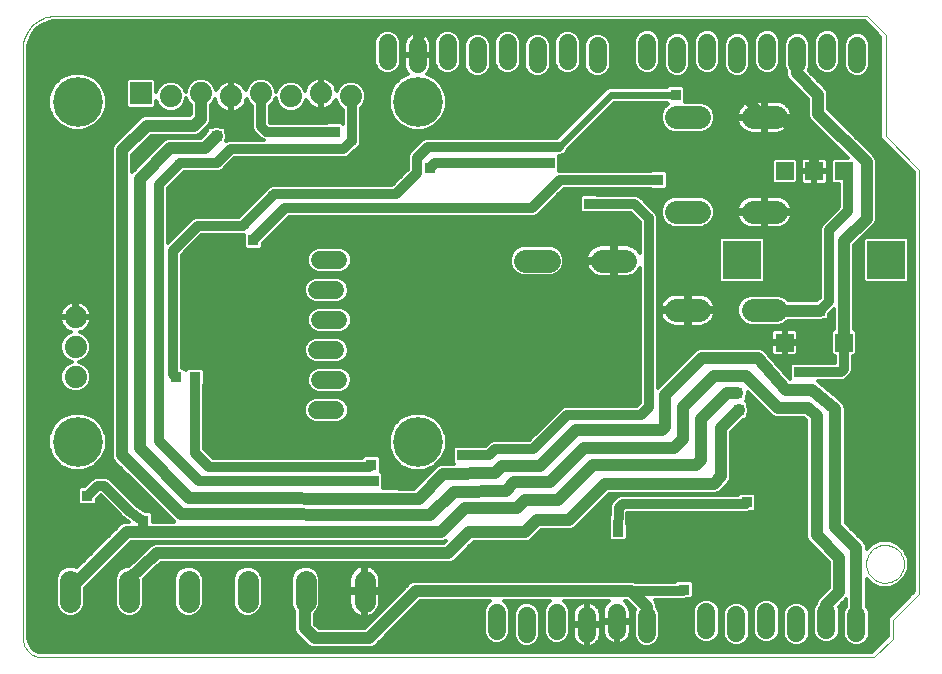
<source format=gbl>
G75*
G70*
%OFA0B0*%
%FSLAX24Y24*%
%IPPOS*%
%LPD*%
%AMOC8*
5,1,8,0,0,1.08239X$1,22.5*
%
%ADD10C,0.0000*%
%ADD11C,0.0039*%
%ADD12C,0.0705*%
%ADD13C,0.0740*%
%ADD14C,0.0600*%
%ADD15R,0.0740X0.0740*%
%ADD16C,0.0768*%
%ADD17R,0.0594X0.0594*%
%ADD18R,0.1266X0.1266*%
%ADD19C,0.0400*%
%ADD20R,0.0356X0.0356*%
%ADD21C,0.0240*%
%ADD22C,0.0320*%
%ADD23C,0.0860*%
%ADD24C,0.0120*%
%ADD25C,0.1660*%
D10*
X029336Y004277D02*
X029338Y004327D01*
X029344Y004377D01*
X029354Y004426D01*
X029368Y004474D01*
X029385Y004521D01*
X029406Y004566D01*
X029431Y004610D01*
X029459Y004651D01*
X029491Y004690D01*
X029525Y004727D01*
X029562Y004761D01*
X029602Y004791D01*
X029644Y004818D01*
X029688Y004842D01*
X029734Y004863D01*
X029781Y004879D01*
X029829Y004892D01*
X029879Y004901D01*
X029928Y004906D01*
X029979Y004907D01*
X030029Y004904D01*
X030078Y004897D01*
X030127Y004886D01*
X030175Y004871D01*
X030221Y004853D01*
X030266Y004831D01*
X030309Y004805D01*
X030350Y004776D01*
X030389Y004744D01*
X030425Y004709D01*
X030457Y004671D01*
X030487Y004631D01*
X030514Y004588D01*
X030537Y004544D01*
X030556Y004498D01*
X030572Y004450D01*
X030584Y004401D01*
X030592Y004352D01*
X030596Y004302D01*
X030596Y004252D01*
X030592Y004202D01*
X030584Y004153D01*
X030572Y004104D01*
X030556Y004056D01*
X030537Y004010D01*
X030514Y003966D01*
X030487Y003923D01*
X030457Y003883D01*
X030425Y003845D01*
X030389Y003810D01*
X030350Y003778D01*
X030309Y003749D01*
X030266Y003723D01*
X030221Y003701D01*
X030175Y003683D01*
X030127Y003668D01*
X030078Y003657D01*
X030029Y003650D01*
X029979Y003647D01*
X029928Y003648D01*
X029879Y003653D01*
X029829Y003662D01*
X029781Y003675D01*
X029734Y003691D01*
X029688Y003712D01*
X029644Y003736D01*
X029602Y003763D01*
X029562Y003793D01*
X029525Y003827D01*
X029491Y003864D01*
X029459Y003903D01*
X029431Y003944D01*
X029406Y003988D01*
X029385Y004033D01*
X029368Y004080D01*
X029354Y004128D01*
X029344Y004177D01*
X029338Y004227D01*
X029336Y004277D01*
D11*
X031107Y003285D02*
X031107Y017410D01*
X029982Y018535D01*
X029982Y021910D01*
X029357Y022535D01*
X002232Y022535D01*
X002167Y022529D01*
X002104Y022520D01*
X002041Y022506D01*
X001979Y022489D01*
X001918Y022468D01*
X001858Y022444D01*
X001800Y022415D01*
X001744Y022384D01*
X001690Y022349D01*
X001638Y022311D01*
X001589Y022270D01*
X001542Y022225D01*
X001497Y022178D01*
X001456Y022129D01*
X001418Y022077D01*
X001383Y022023D01*
X001352Y021967D01*
X001323Y021909D01*
X001299Y021849D01*
X001278Y021788D01*
X001261Y021726D01*
X001247Y021663D01*
X001238Y021600D01*
X001232Y021535D01*
X001232Y001785D01*
X001234Y001736D01*
X001240Y001687D01*
X001249Y001639D01*
X001263Y001592D01*
X001280Y001546D01*
X001300Y001501D01*
X001324Y001458D01*
X001351Y001418D01*
X001382Y001379D01*
X001415Y001343D01*
X001451Y001310D01*
X001490Y001279D01*
X001530Y001252D01*
X001573Y001228D01*
X001618Y001208D01*
X001664Y001191D01*
X001711Y001177D01*
X001759Y001168D01*
X001808Y001162D01*
X001857Y001160D01*
X029607Y001160D01*
X030232Y001785D01*
X030232Y002410D01*
X031107Y003285D01*
D12*
X012621Y003012D02*
X012621Y003717D01*
X010653Y003717D02*
X010653Y003012D01*
X008724Y003012D02*
X008724Y003717D01*
X006755Y003717D02*
X006755Y003012D01*
X004779Y003012D02*
X004779Y003717D01*
X002810Y003717D02*
X002810Y003012D01*
D13*
X002987Y010501D03*
X002987Y011501D03*
X002987Y012501D03*
X006163Y019857D03*
X007163Y019957D03*
X008163Y019857D03*
X009163Y019957D03*
X010163Y019857D03*
X011163Y019957D03*
X012163Y019857D03*
D14*
X013385Y021031D02*
X013385Y021631D01*
X014385Y021531D02*
X014385Y020931D01*
X015385Y021031D02*
X015385Y021631D01*
X016385Y021531D02*
X016385Y020931D01*
X017385Y021031D02*
X017385Y021631D01*
X018385Y021531D02*
X018385Y020931D01*
X019385Y021031D02*
X019385Y021631D01*
X020385Y021531D02*
X020385Y020931D01*
X022039Y021051D02*
X022039Y021651D01*
X023039Y021551D02*
X023039Y020951D01*
X024039Y021051D02*
X024039Y021651D01*
X025039Y021551D02*
X025039Y020951D01*
X026039Y021051D02*
X026039Y021651D01*
X027039Y021551D02*
X027039Y020951D01*
X028039Y021051D02*
X028039Y021651D01*
X029039Y021551D02*
X029039Y020951D01*
X011742Y014405D02*
X011142Y014405D01*
X011042Y013405D02*
X011642Y013405D01*
X011742Y012405D02*
X011142Y012405D01*
X011042Y011405D02*
X011642Y011405D01*
X011742Y010405D02*
X011142Y010405D01*
X011042Y009405D02*
X011642Y009405D01*
X017026Y002653D02*
X017026Y002053D01*
X018026Y001953D02*
X018026Y002553D01*
X019026Y002653D02*
X019026Y002053D01*
X020026Y001953D02*
X020026Y002553D01*
X021026Y002653D02*
X021026Y002053D01*
X022026Y001953D02*
X022026Y002553D01*
X024012Y002670D02*
X024012Y002070D01*
X025012Y001970D02*
X025012Y002570D01*
X026012Y002670D02*
X026012Y002070D01*
X027012Y001970D02*
X027012Y002570D01*
X028012Y002670D02*
X028012Y002070D01*
X029012Y001970D02*
X029012Y002570D01*
D15*
X005163Y019957D03*
D16*
X017981Y014379D02*
X018748Y014379D01*
X020540Y014379D02*
X021308Y014379D01*
X023006Y016004D02*
X023774Y016004D01*
X025565Y016004D02*
X026333Y016004D01*
X026333Y019161D02*
X025565Y019161D01*
X023774Y019161D02*
X023006Y019161D01*
X023005Y012729D02*
X023773Y012729D01*
X025564Y012729D02*
X026332Y012729D01*
D17*
X026622Y011654D03*
X028591Y011654D03*
X028591Y017363D03*
X027607Y017363D03*
X026622Y017363D03*
D18*
X025205Y014410D03*
X030008Y014410D03*
D19*
X029357Y015785D02*
X028607Y015035D01*
X028607Y011670D01*
X028591Y011654D01*
X027788Y012716D02*
X025961Y012716D01*
X025948Y012729D01*
X025740Y011128D02*
X023864Y011128D01*
X022643Y009907D01*
X022643Y008844D01*
X022525Y008726D01*
X019651Y008726D01*
X018470Y007545D01*
X017210Y007545D01*
X016974Y007309D01*
X015242Y007269D01*
X014415Y006442D01*
X006777Y006482D01*
X005123Y008135D01*
X005123Y017112D01*
X006147Y018135D01*
X007289Y018135D01*
X007683Y018529D01*
X007171Y019120D02*
X007171Y019949D01*
X007163Y019957D01*
X007171Y019120D02*
X006934Y018883D01*
X005360Y018883D01*
X004533Y018057D01*
X004533Y007899D01*
X006501Y005931D01*
X014808Y005891D01*
X015596Y006679D01*
X017328Y006718D01*
X017604Y006994D01*
X018785Y006994D01*
X019927Y008135D01*
X022919Y008135D01*
X023234Y008450D01*
X023234Y009513D01*
X024257Y010537D01*
X025346Y010537D01*
X026397Y009486D01*
X027395Y009486D01*
X027683Y009198D01*
X027683Y005222D01*
X028431Y004474D01*
X028431Y003332D01*
X028012Y002914D01*
X028012Y002370D01*
X029012Y002270D02*
X029012Y004798D01*
X028312Y005498D01*
X028312Y009435D01*
X027546Y010076D01*
X026666Y010076D01*
X025740Y011128D01*
X025045Y009986D02*
X024690Y009986D01*
X023824Y009120D01*
X023824Y007742D01*
X023667Y007584D01*
X020242Y007584D01*
X019060Y006403D01*
X017958Y006403D01*
X017683Y006128D01*
X015950Y006128D01*
X015163Y005340D01*
X004690Y005340D01*
X002794Y003443D01*
X002810Y003365D01*
X004740Y003736D02*
X004779Y003365D01*
X004740Y003736D02*
X005714Y004631D01*
X015399Y004631D01*
X016108Y005340D01*
X017958Y005340D01*
X018352Y005734D01*
X019415Y005734D01*
X020635Y006954D01*
X024257Y006954D01*
X024494Y007191D01*
X024494Y008805D01*
X025084Y009395D01*
X021501Y003372D02*
X014336Y003372D01*
X012761Y001797D01*
X010950Y001797D01*
X010616Y002131D01*
X010616Y003327D01*
X010653Y003365D01*
X021501Y003372D02*
X022026Y002847D01*
X022026Y002253D01*
X029357Y015785D02*
X029357Y017660D01*
X027732Y019285D01*
X027732Y019910D01*
X027016Y020626D01*
X027016Y021228D01*
X027039Y021251D01*
D20*
X022982Y019910D03*
X022407Y017072D03*
X020107Y016285D03*
X018785Y017624D03*
X014808Y017466D03*
X011620Y018687D03*
X009060Y017072D03*
X007683Y018529D03*
X008903Y015065D03*
X009415Y012939D03*
X007053Y011718D03*
X006974Y010498D03*
X006344Y010498D03*
X003379Y006543D03*
X005230Y005716D03*
X012919Y007033D03*
X012840Y007584D03*
X015871Y007899D03*
X016462Y004316D03*
X018509Y004316D03*
X021068Y005340D03*
X023273Y003411D03*
X025005Y005301D03*
X025360Y006324D03*
X029218Y005576D03*
X027564Y003254D03*
X025084Y009395D03*
X025045Y009986D03*
X027107Y010660D03*
X027788Y012716D03*
X030123Y009574D03*
D21*
X030209Y009579D01*
X030501Y009557D02*
X030675Y009316D01*
X030675Y005852D01*
X030399Y005576D01*
X029218Y005576D01*
X019100Y018175D02*
X020835Y019910D01*
X022982Y019910D01*
D22*
X023486Y020301D02*
X023754Y019907D01*
X025203Y019907D01*
X025949Y019161D01*
X026481Y019161D01*
X027607Y018035D01*
X027607Y017363D01*
X028591Y017363D02*
X028732Y017222D01*
X028732Y016035D01*
X028107Y015410D01*
X028107Y013035D01*
X027788Y012716D01*
X028591Y011654D02*
X028607Y011638D01*
X028607Y010785D01*
X028482Y010660D01*
X027107Y010660D01*
X030123Y009574D02*
X030139Y009557D01*
X030501Y009557D01*
X025360Y006324D02*
X025320Y006285D01*
X021240Y006285D01*
X021082Y006128D01*
X021068Y005340D01*
X021501Y003372D02*
X023234Y003372D01*
X023273Y003411D01*
X025005Y004631D02*
X025123Y004513D01*
X026226Y004513D01*
X026856Y003883D01*
X026856Y003529D01*
X027131Y003254D01*
X027564Y003254D01*
X025005Y004631D02*
X025005Y005301D01*
X021816Y009238D02*
X019375Y009238D01*
X018234Y008096D01*
X016974Y008096D01*
X016777Y007899D01*
X015871Y007899D01*
X012840Y007584D02*
X012761Y007505D01*
X007446Y007505D01*
X006974Y007978D01*
X006974Y010498D01*
X006344Y010498D02*
X006226Y010616D01*
X006226Y014710D01*
X007053Y015537D01*
X008549Y015537D01*
X009612Y016600D01*
X013667Y016600D01*
X014375Y017309D01*
X014375Y017820D01*
X014730Y018175D01*
X019100Y018175D01*
X018785Y017624D02*
X014966Y017624D01*
X014808Y017466D01*
X012210Y018372D02*
X012210Y019810D01*
X012163Y019857D01*
X011620Y018687D02*
X009336Y018687D01*
X009163Y018860D01*
X009163Y019957D01*
X008155Y018096D02*
X011895Y018096D01*
X012210Y018372D01*
X009966Y016128D02*
X008903Y015065D01*
X009966Y016128D02*
X018194Y016128D01*
X019139Y017072D01*
X022407Y017072D01*
X021607Y016285D02*
X020107Y016285D01*
X021607Y016285D02*
X022092Y015800D01*
X022092Y009513D01*
X021816Y009238D01*
X012919Y007033D02*
X007092Y007033D01*
X005753Y008372D01*
X005753Y016915D01*
X006462Y017624D01*
X007683Y017624D01*
X008155Y018096D01*
X009060Y017427D02*
X009060Y017072D01*
X009415Y012939D02*
X008194Y011718D01*
X007053Y011718D01*
X003942Y006876D02*
X003745Y006876D01*
X003379Y006543D01*
X003942Y006876D02*
X004808Y006009D01*
X005230Y005716D01*
X021186Y020655D02*
X021416Y020426D01*
X021186Y020655D02*
X021186Y021915D01*
X020849Y022179D01*
X014825Y022179D01*
X014769Y022151D01*
X014730Y022151D01*
X014413Y021835D01*
X014385Y021231D01*
D23*
X016462Y004316D02*
X018509Y004316D01*
D24*
X001770Y001348D02*
X001609Y001415D01*
X001486Y001538D01*
X001420Y001698D01*
X001411Y001785D01*
X001411Y001816D01*
X001411Y021527D01*
X001428Y021652D01*
X001516Y021893D01*
X001669Y022098D01*
X001874Y022251D01*
X002115Y022339D01*
X002240Y022355D01*
X029282Y022355D01*
X029802Y021836D01*
X029802Y018461D01*
X030927Y017336D01*
X030927Y003359D01*
X030052Y002484D01*
X030052Y001859D01*
X029532Y001340D01*
X001857Y001340D01*
X001770Y001348D01*
X001603Y001421D02*
X029614Y001421D01*
X029732Y001539D02*
X029123Y001539D01*
X029100Y001530D02*
X029262Y001597D01*
X029385Y001720D01*
X029452Y001882D01*
X029452Y002657D01*
X029385Y002819D01*
X029352Y002852D01*
X029352Y003774D01*
X029519Y003607D01*
X029809Y003487D01*
X030123Y003487D01*
X030413Y003607D01*
X030636Y003830D01*
X030756Y004120D01*
X030756Y004434D01*
X030636Y004725D01*
X030413Y004947D01*
X030123Y005067D01*
X029809Y005067D01*
X029519Y004947D01*
X029352Y004781D01*
X029352Y004865D01*
X029300Y004990D01*
X028652Y005638D01*
X028652Y009382D01*
X028657Y009397D01*
X028652Y009450D01*
X028652Y009502D01*
X028646Y009517D01*
X028645Y009532D01*
X028621Y009579D01*
X028601Y009627D01*
X028590Y009638D01*
X028583Y009652D01*
X028542Y009686D01*
X028505Y009723D01*
X028491Y009729D01*
X027775Y010327D01*
X027743Y010360D01*
X028541Y010360D01*
X028652Y010406D01*
X028777Y010531D01*
X028861Y010615D01*
X028907Y010725D01*
X028907Y011217D01*
X028946Y011217D01*
X029028Y011299D01*
X029028Y012009D01*
X028947Y012090D01*
X028947Y014894D01*
X029645Y015592D01*
X029697Y015717D01*
X029697Y017728D01*
X029645Y017853D01*
X029549Y017948D01*
X028072Y019426D01*
X028072Y019978D01*
X028020Y020103D01*
X027924Y020198D01*
X027415Y020708D01*
X027479Y020864D01*
X027479Y021639D01*
X027412Y021800D01*
X027289Y021924D01*
X027127Y021991D01*
X026952Y021991D01*
X026790Y021924D01*
X026666Y021800D01*
X026599Y021639D01*
X026599Y020864D01*
X026666Y020702D01*
X026676Y020692D01*
X026676Y020558D01*
X026728Y020433D01*
X026824Y020337D01*
X027392Y019769D01*
X027392Y019217D01*
X027443Y019092D01*
X028736Y017800D01*
X028236Y017800D01*
X028154Y017718D01*
X028154Y017008D01*
X028236Y016926D01*
X028432Y016926D01*
X028432Y016159D01*
X027852Y015580D01*
X027807Y015470D01*
X027807Y013159D01*
X027704Y013056D01*
X026746Y013056D01*
X026629Y013173D01*
X026436Y013253D01*
X025460Y013253D01*
X025268Y013173D01*
X025120Y013026D01*
X025041Y012833D01*
X025041Y012625D01*
X025120Y012432D01*
X025268Y012285D01*
X025460Y012205D01*
X026436Y012205D01*
X026629Y012285D01*
X026720Y012376D01*
X027855Y012376D01*
X027908Y012398D01*
X028024Y012398D01*
X028106Y012480D01*
X028106Y012596D01*
X028116Y012620D01*
X028267Y012771D01*
X028267Y012091D01*
X028236Y012091D01*
X028154Y012009D01*
X028154Y011299D01*
X028236Y011217D01*
X028307Y011217D01*
X028307Y010960D01*
X027361Y010960D01*
X027343Y010978D01*
X026871Y010978D01*
X026789Y010896D01*
X026789Y010451D01*
X026032Y011310D01*
X026028Y011320D01*
X025988Y011360D01*
X025950Y011403D01*
X025940Y011408D01*
X025932Y011416D01*
X025880Y011438D01*
X025829Y011463D01*
X025817Y011463D01*
X025807Y011468D01*
X025750Y011468D01*
X025694Y011471D01*
X025683Y011468D01*
X023796Y011468D01*
X023671Y011416D01*
X022451Y010195D01*
X022392Y010137D01*
X022392Y015859D01*
X022346Y015970D01*
X021861Y016455D01*
X021777Y016539D01*
X021666Y016585D01*
X020361Y016585D01*
X020343Y016603D01*
X019871Y016603D01*
X019789Y016521D01*
X019789Y016049D01*
X019871Y015967D01*
X020343Y015967D01*
X020361Y015985D01*
X021482Y015985D01*
X021792Y015675D01*
X021792Y014627D01*
X021773Y014665D01*
X021722Y014734D01*
X021662Y014794D01*
X021593Y014845D01*
X021516Y014884D01*
X021435Y014910D01*
X021350Y014923D01*
X020984Y014923D01*
X020984Y014439D01*
X020864Y014439D01*
X020864Y014319D01*
X020984Y014319D01*
X020984Y013836D01*
X021350Y013836D01*
X021435Y013849D01*
X021516Y013875D01*
X021593Y013914D01*
X021662Y013965D01*
X021722Y014025D01*
X021773Y014094D01*
X021792Y014132D01*
X021792Y009638D01*
X021692Y009538D01*
X019316Y009538D01*
X019205Y009492D01*
X019121Y009408D01*
X018109Y008396D01*
X016914Y008396D01*
X016804Y008350D01*
X016720Y008266D01*
X016653Y008199D01*
X016126Y008199D01*
X016108Y008217D01*
X015635Y008217D01*
X015553Y008135D01*
X015553Y007663D01*
X015599Y007617D01*
X015238Y007609D01*
X015174Y007609D01*
X015170Y007608D01*
X015166Y007608D01*
X015108Y007582D01*
X015049Y007557D01*
X015046Y007555D01*
X015042Y007553D01*
X014998Y007507D01*
X014275Y006783D01*
X013228Y006789D01*
X013237Y006797D01*
X013237Y007269D01*
X013158Y007348D01*
X013158Y007348D01*
X013158Y007820D01*
X013555Y007820D01*
X013567Y007790D02*
X013840Y007518D01*
X014196Y007370D01*
X014582Y007370D01*
X014939Y007518D01*
X015212Y007790D01*
X015359Y008147D01*
X015359Y008533D01*
X015212Y008889D01*
X014939Y009162D01*
X014582Y009310D01*
X014196Y009310D01*
X013840Y009162D01*
X013567Y008889D01*
X013419Y008533D01*
X013419Y008147D01*
X013567Y007790D01*
X013656Y007701D02*
X013158Y007701D01*
X013158Y007583D02*
X013774Y007583D01*
X013968Y007464D02*
X013158Y007464D01*
X013160Y007346D02*
X014837Y007346D01*
X014811Y007464D02*
X014956Y007464D01*
X015004Y007583D02*
X015110Y007583D01*
X015123Y007701D02*
X015553Y007701D01*
X015553Y007820D02*
X015224Y007820D01*
X015273Y007938D02*
X015553Y007938D01*
X015553Y008057D02*
X015322Y008057D01*
X015359Y008175D02*
X015594Y008175D01*
X015359Y008294D02*
X016748Y008294D01*
X018126Y008412D02*
X015359Y008412D01*
X015359Y008531D02*
X018244Y008531D01*
X018363Y008649D02*
X015311Y008649D01*
X015262Y008768D02*
X018481Y008768D01*
X018600Y008886D02*
X015213Y008886D01*
X015096Y009005D02*
X018718Y009005D01*
X018837Y009123D02*
X014977Y009123D01*
X014746Y009242D02*
X018955Y009242D01*
X019074Y009360D02*
X012082Y009360D01*
X012082Y009317D02*
X012082Y009492D01*
X012015Y009654D01*
X011891Y009778D01*
X011729Y009845D01*
X010954Y009845D01*
X010792Y009778D01*
X010669Y009654D01*
X010602Y009492D01*
X010602Y009317D01*
X010669Y009156D01*
X010792Y009032D01*
X010954Y008965D01*
X011729Y008965D01*
X011891Y009032D01*
X012015Y009156D01*
X012082Y009317D01*
X012050Y009242D02*
X014033Y009242D01*
X013801Y009123D02*
X011983Y009123D01*
X011826Y009005D02*
X013683Y009005D01*
X013566Y008886D02*
X007274Y008886D01*
X007274Y008768D02*
X013517Y008768D01*
X013468Y008649D02*
X007274Y008649D01*
X007274Y008531D02*
X013419Y008531D01*
X013419Y008412D02*
X007274Y008412D01*
X007274Y008294D02*
X013419Y008294D01*
X013419Y008175D02*
X007274Y008175D01*
X007274Y008102D02*
X007274Y010243D01*
X007292Y010261D01*
X007292Y010734D01*
X007210Y010816D01*
X006738Y010816D01*
X006659Y010737D01*
X006580Y010816D01*
X006526Y010816D01*
X006526Y014586D01*
X007177Y015237D01*
X008585Y015237D01*
X008585Y014828D01*
X008667Y014746D01*
X009139Y014746D01*
X009221Y014828D01*
X009221Y014958D01*
X010090Y015828D01*
X018254Y015828D01*
X018364Y015873D01*
X018449Y015958D01*
X019263Y016772D01*
X022153Y016772D01*
X022171Y016754D01*
X022643Y016754D01*
X022725Y016836D01*
X022725Y017309D01*
X022643Y017391D01*
X022171Y017391D01*
X022153Y017372D01*
X019088Y017372D01*
X019103Y017387D01*
X019103Y017860D01*
X019088Y017875D01*
X019159Y017875D01*
X019270Y017920D01*
X019354Y018005D01*
X019394Y018101D01*
X020943Y019650D01*
X022688Y019650D01*
X022726Y019612D01*
X022710Y019605D01*
X022562Y019458D01*
X022482Y019265D01*
X022482Y019057D01*
X022562Y018864D01*
X022710Y018717D01*
X022902Y018637D01*
X023878Y018637D01*
X024071Y018717D01*
X024218Y018864D01*
X024298Y019057D01*
X024298Y019265D01*
X024218Y019458D01*
X024071Y019605D01*
X023878Y019685D01*
X023300Y019685D01*
X023300Y020146D01*
X023218Y020228D01*
X022746Y020228D01*
X022688Y020170D01*
X020783Y020170D01*
X020688Y020130D01*
X020615Y020057D01*
X019032Y018475D01*
X014670Y018475D01*
X014560Y018429D01*
X014205Y018075D01*
X014121Y017990D01*
X014075Y017880D01*
X014075Y017433D01*
X013542Y016900D01*
X009552Y016900D01*
X009442Y016854D01*
X008424Y015837D01*
X006993Y015837D01*
X006883Y015791D01*
X006056Y014965D01*
X006053Y014962D01*
X006053Y016791D01*
X006586Y017324D01*
X007742Y017324D01*
X007852Y017369D01*
X008279Y017796D01*
X011885Y017796D01*
X011935Y017793D01*
X011944Y017796D01*
X011955Y017796D01*
X012001Y017815D01*
X012048Y017831D01*
X012056Y017838D01*
X012065Y017842D01*
X012100Y017877D01*
X012370Y018113D01*
X012380Y018117D01*
X012415Y018152D01*
X012453Y018185D01*
X012457Y018194D01*
X012464Y018202D01*
X012483Y018248D01*
X012505Y018292D01*
X012506Y018302D01*
X012510Y018312D01*
X012510Y018362D01*
X012513Y018411D01*
X012510Y018421D01*
X012510Y019483D01*
X012595Y019568D01*
X012673Y019756D01*
X012673Y019958D01*
X012595Y020146D01*
X012452Y020289D01*
X012264Y020367D01*
X012061Y020367D01*
X011874Y020289D01*
X011730Y020146D01*
X011686Y020039D01*
X011680Y020081D01*
X011654Y020160D01*
X011616Y020235D01*
X011567Y020302D01*
X011508Y020361D01*
X011441Y020410D01*
X011366Y020448D01*
X011287Y020474D01*
X011205Y020487D01*
X011203Y020487D01*
X011203Y019997D01*
X011123Y019997D01*
X011123Y020487D01*
X011121Y020487D01*
X011039Y020474D01*
X010959Y020448D01*
X010885Y020410D01*
X010818Y020361D01*
X010759Y020302D01*
X010710Y020235D01*
X010672Y020160D01*
X010646Y020081D01*
X010639Y020039D01*
X010595Y020146D01*
X010452Y020289D01*
X010264Y020367D01*
X010061Y020367D01*
X009874Y020289D01*
X009730Y020146D01*
X009673Y020007D01*
X009673Y020058D01*
X009595Y020246D01*
X009452Y020389D01*
X009264Y020467D01*
X009061Y020467D01*
X008874Y020389D01*
X008730Y020246D01*
X008654Y020061D01*
X008616Y020135D01*
X008567Y020202D01*
X008508Y020261D01*
X008441Y020310D01*
X008366Y020348D01*
X008287Y020374D01*
X008205Y020387D01*
X008203Y020387D01*
X008203Y019897D01*
X008123Y019897D01*
X008123Y020387D01*
X008121Y020387D01*
X008039Y020374D01*
X007959Y020348D01*
X007885Y020310D01*
X007818Y020261D01*
X007759Y020202D01*
X007710Y020135D01*
X007672Y020061D01*
X007595Y020246D01*
X007452Y020389D01*
X007264Y020467D01*
X007061Y020467D01*
X006874Y020389D01*
X006730Y020246D01*
X006653Y020058D01*
X006653Y020007D01*
X006595Y020146D01*
X006452Y020289D01*
X006264Y020367D01*
X006061Y020367D01*
X005874Y020289D01*
X005730Y020146D01*
X005673Y020007D01*
X005673Y020385D01*
X005591Y020467D01*
X004735Y020467D01*
X004653Y020385D01*
X004653Y019529D01*
X004735Y019447D01*
X005591Y019447D01*
X005673Y019529D01*
X005673Y019707D01*
X005730Y019568D01*
X005874Y019425D01*
X006061Y019347D01*
X006264Y019347D01*
X006452Y019425D01*
X006595Y019568D01*
X006673Y019756D01*
X006673Y019807D01*
X006730Y019668D01*
X006831Y019568D01*
X006831Y019260D01*
X006794Y019223D01*
X005292Y019223D01*
X005167Y019172D01*
X005071Y019076D01*
X004245Y018249D01*
X004193Y018124D01*
X004193Y007832D01*
X004245Y007707D01*
X004340Y007611D01*
X006260Y005691D01*
X006271Y005680D01*
X005548Y005680D01*
X005548Y005952D01*
X005466Y006034D01*
X005298Y006034D01*
X005002Y006240D01*
X004197Y007045D01*
X004112Y007130D01*
X004002Y007176D01*
X003753Y007176D01*
X003700Y007178D01*
X003693Y007176D01*
X003686Y007176D01*
X003637Y007155D01*
X003588Y007138D01*
X003582Y007133D01*
X003576Y007130D01*
X003538Y007093D01*
X003283Y006861D01*
X003143Y006861D01*
X003061Y006779D01*
X003061Y006307D01*
X003143Y006225D01*
X003615Y006225D01*
X003697Y006307D01*
X003697Y006426D01*
X003839Y006555D01*
X004573Y005820D01*
X004588Y005797D01*
X004615Y005778D01*
X004639Y005755D01*
X004664Y005745D01*
X004756Y005680D01*
X004623Y005680D01*
X004498Y005628D01*
X004402Y005533D01*
X003029Y004160D01*
X002908Y004210D01*
X002712Y004210D01*
X002531Y004135D01*
X002393Y003996D01*
X002318Y003815D01*
X002318Y002914D01*
X002393Y002733D01*
X002531Y002595D01*
X002712Y002520D01*
X002908Y002520D01*
X003089Y002595D01*
X003228Y002733D01*
X003303Y002914D01*
X003303Y003472D01*
X004831Y005000D01*
X015230Y005000D01*
X015327Y005040D01*
X015258Y004971D01*
X005721Y004971D01*
X005661Y004974D01*
X005654Y004971D01*
X005646Y004971D01*
X005590Y004948D01*
X005534Y004928D01*
X005528Y004923D01*
X005521Y004920D01*
X005479Y004877D01*
X004753Y004210D01*
X004681Y004210D01*
X004500Y004135D01*
X004361Y003996D01*
X004286Y003815D01*
X004286Y002914D01*
X004361Y002733D01*
X004500Y002595D01*
X004681Y002520D01*
X004877Y002520D01*
X005058Y002595D01*
X005196Y002733D01*
X005271Y002914D01*
X005271Y003763D01*
X005847Y004291D01*
X015467Y004291D01*
X015592Y004343D01*
X016249Y005000D01*
X018026Y005000D01*
X018151Y005052D01*
X018493Y005394D01*
X019482Y005394D01*
X019607Y005446D01*
X020776Y006614D01*
X024325Y006614D01*
X024450Y006666D01*
X024686Y006902D01*
X024782Y006998D01*
X024834Y007123D01*
X024834Y008664D01*
X025247Y009077D01*
X025320Y009077D01*
X025402Y009159D01*
X025402Y009275D01*
X025424Y009328D01*
X025424Y009463D01*
X025402Y009516D01*
X025402Y009631D01*
X025323Y009710D01*
X025363Y009750D01*
X025363Y009865D01*
X025385Y009918D01*
X025385Y010017D01*
X026204Y009198D01*
X026329Y009146D01*
X027254Y009146D01*
X027343Y009058D01*
X027343Y005154D01*
X027394Y005029D01*
X027490Y004934D01*
X028091Y004333D01*
X028091Y003473D01*
X027724Y003107D01*
X027672Y002982D01*
X027672Y002952D01*
X027639Y002919D01*
X027572Y002757D01*
X027572Y001982D01*
X027639Y001820D01*
X027763Y001697D01*
X027925Y001630D01*
X028100Y001630D01*
X028262Y001697D01*
X028385Y001820D01*
X028452Y001982D01*
X028452Y002757D01*
X028418Y002839D01*
X028623Y003044D01*
X028672Y003093D01*
X028672Y002852D01*
X028639Y002819D01*
X028572Y002657D01*
X028572Y001882D01*
X028639Y001720D01*
X028763Y001597D01*
X028925Y001530D01*
X029100Y001530D01*
X028901Y001539D02*
X027123Y001539D01*
X027100Y001530D02*
X027262Y001597D01*
X027385Y001720D01*
X027452Y001882D01*
X027452Y002657D01*
X027385Y002819D01*
X027262Y002943D01*
X027100Y003010D01*
X026925Y003010D01*
X026763Y002943D01*
X026639Y002819D01*
X026572Y002657D01*
X026572Y001882D01*
X026639Y001720D01*
X026763Y001597D01*
X026925Y001530D01*
X027100Y001530D01*
X026901Y001539D02*
X025123Y001539D01*
X025100Y001530D02*
X025262Y001597D01*
X025385Y001720D01*
X025452Y001882D01*
X025452Y002657D01*
X025385Y002819D01*
X025262Y002943D01*
X025100Y003010D01*
X024925Y003010D01*
X024763Y002943D01*
X024639Y002819D01*
X024572Y002657D01*
X024572Y001882D01*
X024639Y001720D01*
X024763Y001597D01*
X024925Y001530D01*
X025100Y001530D01*
X024901Y001539D02*
X022177Y001539D01*
X022114Y001513D02*
X022276Y001580D01*
X022399Y001704D01*
X022466Y001866D01*
X022466Y002641D01*
X022399Y002803D01*
X022366Y002836D01*
X022366Y002914D01*
X022315Y003039D01*
X022282Y003072D01*
X023293Y003072D01*
X023345Y003093D01*
X023509Y003093D01*
X023591Y003175D01*
X023591Y003647D01*
X023509Y003729D01*
X023037Y003729D01*
X022979Y003672D01*
X021666Y003672D01*
X021569Y003712D01*
X014268Y003712D01*
X014143Y003660D01*
X012620Y002137D01*
X011091Y002137D01*
X010956Y002272D01*
X010956Y002618D01*
X011070Y002733D01*
X011145Y002914D01*
X011145Y003815D01*
X011070Y003996D01*
X010932Y004135D01*
X010751Y004210D01*
X010555Y004210D01*
X010374Y004135D01*
X010235Y003996D01*
X010160Y003815D01*
X010160Y002914D01*
X010235Y002733D01*
X010276Y002693D01*
X010276Y002064D01*
X010327Y001939D01*
X010423Y001843D01*
X010758Y001509D01*
X010883Y001457D01*
X012829Y001457D01*
X012954Y001509D01*
X013049Y001604D01*
X014477Y003032D01*
X016790Y003032D01*
X016777Y003026D01*
X016653Y002903D01*
X016586Y002741D01*
X016586Y001966D01*
X016653Y001804D01*
X016777Y001680D01*
X016939Y001613D01*
X017114Y001613D01*
X017276Y001680D01*
X017399Y001804D01*
X017466Y001966D01*
X017466Y002741D01*
X017399Y002903D01*
X017276Y003026D01*
X017263Y003032D01*
X018790Y003032D01*
X018777Y003026D01*
X018653Y002903D01*
X018586Y002741D01*
X018586Y001966D01*
X018653Y001804D01*
X018777Y001680D01*
X018939Y001613D01*
X019114Y001613D01*
X019276Y001680D01*
X019399Y001804D01*
X019466Y001966D01*
X019466Y002741D01*
X019399Y002903D01*
X019276Y003026D01*
X019263Y003032D01*
X020764Y003032D01*
X020727Y003004D01*
X020676Y002953D01*
X020633Y002894D01*
X020600Y002830D01*
X020578Y002761D01*
X020566Y002690D01*
X020566Y002393D01*
X020986Y002393D01*
X020986Y002313D01*
X021066Y002313D01*
X021066Y001594D01*
X021134Y001605D01*
X021203Y001627D01*
X021268Y001660D01*
X021326Y001703D01*
X021377Y001754D01*
X021420Y001812D01*
X021453Y001877D01*
X021475Y001946D01*
X021486Y002017D01*
X021486Y002313D01*
X021066Y002313D01*
X021066Y002393D01*
X021486Y002393D01*
X021486Y002690D01*
X021475Y002761D01*
X021453Y002830D01*
X021420Y002894D01*
X021377Y002953D01*
X021326Y003004D01*
X021288Y003032D01*
X021361Y003032D01*
X021635Y002757D01*
X021586Y002641D01*
X021586Y001866D01*
X021653Y001704D01*
X021777Y001580D01*
X021939Y001513D01*
X022114Y001513D01*
X021876Y001539D02*
X020227Y001539D01*
X020203Y001527D02*
X020268Y001560D01*
X020326Y001603D01*
X020377Y001654D01*
X020420Y001712D01*
X020453Y001777D01*
X020475Y001846D01*
X020486Y001917D01*
X020486Y002213D01*
X020066Y002213D01*
X020066Y001494D01*
X020134Y001505D01*
X020203Y001527D01*
X020066Y001539D02*
X019986Y001539D01*
X019986Y001494D02*
X019986Y002213D01*
X020066Y002213D01*
X020066Y002293D01*
X019986Y002293D01*
X019986Y002213D01*
X019566Y002213D01*
X019566Y001917D01*
X019578Y001846D01*
X019600Y001777D01*
X019633Y001712D01*
X019676Y001654D01*
X019727Y001603D01*
X019785Y001560D01*
X019850Y001527D01*
X019919Y001505D01*
X019986Y001494D01*
X019986Y001658D02*
X020066Y001658D01*
X020066Y001776D02*
X019986Y001776D01*
X019986Y001895D02*
X020066Y001895D01*
X020066Y002013D02*
X019986Y002013D01*
X019986Y002132D02*
X020066Y002132D01*
X020066Y002250D02*
X020566Y002250D01*
X020566Y002313D02*
X020566Y002017D01*
X020578Y001946D01*
X020600Y001877D01*
X020633Y001812D01*
X020676Y001754D01*
X020727Y001703D01*
X020785Y001660D01*
X020850Y001627D01*
X020919Y001605D01*
X020986Y001594D01*
X020986Y002313D01*
X020566Y002313D01*
X020486Y002293D02*
X020486Y002590D01*
X020475Y002661D01*
X020453Y002730D01*
X020420Y002794D01*
X020377Y002853D01*
X020326Y002904D01*
X020268Y002947D01*
X020203Y002980D01*
X020134Y003002D01*
X020066Y003013D01*
X020066Y002293D01*
X020486Y002293D01*
X020486Y002369D02*
X020986Y002369D01*
X021066Y002369D02*
X021586Y002369D01*
X021586Y002487D02*
X021486Y002487D01*
X021486Y002606D02*
X021586Y002606D01*
X021621Y002724D02*
X021481Y002724D01*
X021446Y002843D02*
X021549Y002843D01*
X021431Y002961D02*
X021369Y002961D01*
X020684Y002961D02*
X020239Y002961D01*
X020066Y002961D02*
X019986Y002961D01*
X019986Y003013D02*
X019919Y003002D01*
X019850Y002980D01*
X019785Y002947D01*
X019727Y002904D01*
X019676Y002853D01*
X019633Y002794D01*
X019600Y002730D01*
X019578Y002661D01*
X019566Y002590D01*
X019566Y002293D01*
X019986Y002293D01*
X019986Y003013D01*
X019986Y002843D02*
X020066Y002843D01*
X020066Y002724D02*
X019986Y002724D01*
X019986Y002606D02*
X020066Y002606D01*
X020066Y002487D02*
X019986Y002487D01*
X019986Y002369D02*
X020066Y002369D01*
X019986Y002250D02*
X019466Y002250D01*
X019466Y002132D02*
X019566Y002132D01*
X019566Y002013D02*
X019466Y002013D01*
X019437Y001895D02*
X019570Y001895D01*
X019600Y001776D02*
X019372Y001776D01*
X019222Y001658D02*
X019673Y001658D01*
X019826Y001539D02*
X018177Y001539D01*
X018114Y001513D02*
X018276Y001580D01*
X018399Y001704D01*
X018466Y001866D01*
X018466Y002641D01*
X018399Y002803D01*
X018276Y002926D01*
X018114Y002993D01*
X017939Y002993D01*
X017777Y002926D01*
X017653Y002803D01*
X017586Y002641D01*
X017586Y001866D01*
X017653Y001704D01*
X017777Y001580D01*
X017939Y001513D01*
X018114Y001513D01*
X017876Y001539D02*
X012985Y001539D01*
X013103Y001658D02*
X016831Y001658D01*
X016681Y001776D02*
X013222Y001776D01*
X013340Y001895D02*
X016616Y001895D01*
X016586Y002013D02*
X013459Y002013D01*
X013577Y002132D02*
X016586Y002132D01*
X016586Y002250D02*
X013696Y002250D01*
X013814Y002369D02*
X016586Y002369D01*
X016586Y002487D02*
X013933Y002487D01*
X014051Y002606D02*
X016586Y002606D01*
X016586Y002724D02*
X014170Y002724D01*
X014288Y002843D02*
X016629Y002843D01*
X016712Y002961D02*
X014407Y002961D01*
X013919Y003435D02*
X013134Y003435D01*
X013134Y003422D02*
X013134Y003758D01*
X013121Y003837D01*
X013096Y003914D01*
X013060Y003986D01*
X013012Y004051D01*
X012955Y004108D01*
X012890Y004156D01*
X012818Y004192D01*
X012741Y004217D01*
X012679Y004227D01*
X012679Y003422D01*
X013134Y003422D01*
X013134Y003307D02*
X012679Y003307D01*
X012679Y002502D01*
X012741Y002512D01*
X012818Y002537D01*
X012890Y002574D01*
X012955Y002621D01*
X013012Y002678D01*
X013060Y002744D01*
X013096Y002815D01*
X013121Y002892D01*
X013134Y002972D01*
X013134Y003307D01*
X013134Y003198D02*
X013682Y003198D01*
X013564Y003080D02*
X013134Y003080D01*
X013132Y002961D02*
X013445Y002961D01*
X013327Y002843D02*
X013105Y002843D01*
X013046Y002724D02*
X013208Y002724D01*
X013090Y002606D02*
X012934Y002606D01*
X012971Y002487D02*
X010956Y002487D01*
X010956Y002369D02*
X012853Y002369D01*
X012734Y002250D02*
X010977Y002250D01*
X010956Y002606D02*
X012309Y002606D01*
X012288Y002621D02*
X012353Y002574D01*
X012425Y002537D01*
X012501Y002512D01*
X012564Y002502D01*
X012564Y003307D01*
X012679Y003307D01*
X012679Y003422D01*
X012564Y003422D01*
X012564Y003307D01*
X012109Y003307D01*
X012109Y002972D01*
X012122Y002892D01*
X012147Y002815D01*
X012183Y002744D01*
X012231Y002678D01*
X012288Y002621D01*
X012197Y002724D02*
X011062Y002724D01*
X011116Y002843D02*
X012138Y002843D01*
X012111Y002961D02*
X011145Y002961D01*
X011145Y003080D02*
X012109Y003080D01*
X012109Y003198D02*
X011145Y003198D01*
X011145Y003317D02*
X012564Y003317D01*
X012564Y003422D02*
X012109Y003422D01*
X012109Y003758D01*
X012122Y003837D01*
X012147Y003914D01*
X012183Y003986D01*
X012231Y004051D01*
X012288Y004108D01*
X012353Y004156D01*
X012425Y004192D01*
X012501Y004217D01*
X012564Y004227D01*
X012564Y003422D01*
X012564Y003435D02*
X012679Y003435D01*
X012679Y003317D02*
X013801Y003317D01*
X014038Y003554D02*
X013134Y003554D01*
X013134Y003672D02*
X014174Y003672D01*
X013129Y003791D02*
X028091Y003791D01*
X028091Y003909D02*
X013098Y003909D01*
X013029Y004028D02*
X028091Y004028D01*
X028091Y004146D02*
X012903Y004146D01*
X012679Y004146D02*
X012564Y004146D01*
X012564Y004028D02*
X012679Y004028D01*
X012679Y003909D02*
X012564Y003909D01*
X012564Y003791D02*
X012679Y003791D01*
X012679Y003672D02*
X012564Y003672D01*
X012564Y003554D02*
X012679Y003554D01*
X012109Y003554D02*
X011145Y003554D01*
X011145Y003672D02*
X012109Y003672D01*
X012114Y003791D02*
X011145Y003791D01*
X011106Y003909D02*
X012145Y003909D01*
X012214Y004028D02*
X011039Y004028D01*
X010904Y004146D02*
X012340Y004146D01*
X012109Y003435D02*
X011145Y003435D01*
X010160Y003435D02*
X009216Y003435D01*
X009216Y003317D02*
X010160Y003317D01*
X010160Y003198D02*
X009216Y003198D01*
X009216Y003080D02*
X010160Y003080D01*
X010160Y002961D02*
X009216Y002961D01*
X009216Y002914D02*
X009141Y002733D01*
X009003Y002595D01*
X008822Y002520D01*
X008626Y002520D01*
X008445Y002595D01*
X008306Y002733D01*
X008231Y002914D01*
X008231Y003815D01*
X008306Y003996D01*
X008445Y004135D01*
X008626Y004210D01*
X008822Y004210D01*
X009003Y004135D01*
X009141Y003996D01*
X009216Y003815D01*
X009216Y002914D01*
X009187Y002843D02*
X010190Y002843D01*
X010244Y002724D02*
X009133Y002724D01*
X009014Y002606D02*
X010276Y002606D01*
X010276Y002487D02*
X001411Y002487D01*
X001411Y002369D02*
X010276Y002369D01*
X010276Y002250D02*
X001411Y002250D01*
X001411Y002132D02*
X010276Y002132D01*
X010296Y002013D02*
X001411Y002013D01*
X001411Y001895D02*
X010371Y001895D01*
X010490Y001776D02*
X001412Y001776D01*
X001437Y001658D02*
X010608Y001658D01*
X010727Y001539D02*
X001486Y001539D01*
X001411Y002606D02*
X002520Y002606D01*
X002402Y002724D02*
X001411Y002724D01*
X001411Y002843D02*
X002347Y002843D01*
X002318Y002961D02*
X001411Y002961D01*
X001411Y003080D02*
X002318Y003080D01*
X002318Y003198D02*
X001411Y003198D01*
X001411Y003317D02*
X002318Y003317D01*
X002318Y003435D02*
X001411Y003435D01*
X001411Y003554D02*
X002318Y003554D01*
X002318Y003672D02*
X001411Y003672D01*
X001411Y003791D02*
X002318Y003791D01*
X002357Y003909D02*
X001411Y003909D01*
X001411Y004028D02*
X002425Y004028D01*
X002560Y004146D02*
X001411Y004146D01*
X001411Y004265D02*
X003134Y004265D01*
X003253Y004383D02*
X001411Y004383D01*
X001411Y004502D02*
X003371Y004502D01*
X003490Y004620D02*
X001411Y004620D01*
X001411Y004739D02*
X003608Y004739D01*
X003727Y004857D02*
X001411Y004857D01*
X001411Y004976D02*
X003845Y004976D01*
X003964Y005094D02*
X001411Y005094D01*
X001411Y005213D02*
X004082Y005213D01*
X004201Y005331D02*
X001411Y005331D01*
X001411Y005450D02*
X004319Y005450D01*
X004438Y005568D02*
X001411Y005568D01*
X001411Y005687D02*
X004746Y005687D01*
X004583Y005805D02*
X001411Y005805D01*
X001411Y005924D02*
X004470Y005924D01*
X004351Y006042D02*
X001411Y006042D01*
X001411Y006161D02*
X004233Y006161D01*
X004114Y006279D02*
X003670Y006279D01*
X003697Y006398D02*
X003996Y006398D01*
X003877Y006516D02*
X003796Y006516D01*
X003426Y006990D02*
X001411Y006990D01*
X001411Y006872D02*
X003296Y006872D01*
X003061Y006753D02*
X001411Y006753D01*
X001411Y006635D02*
X003061Y006635D01*
X003061Y006516D02*
X001411Y006516D01*
X001411Y006398D02*
X003061Y006398D01*
X003088Y006279D02*
X001411Y006279D01*
X001411Y007109D02*
X003555Y007109D01*
X003472Y007464D02*
X004487Y007464D01*
X004605Y007346D02*
X001411Y007346D01*
X001411Y007464D02*
X002629Y007464D01*
X002501Y007518D02*
X002858Y007370D01*
X003244Y007370D01*
X003600Y007518D01*
X003873Y007790D01*
X004021Y008147D01*
X004021Y008533D01*
X003873Y008889D01*
X003600Y009162D01*
X003244Y009310D01*
X002858Y009310D01*
X002501Y009162D01*
X002228Y008889D01*
X002081Y008533D01*
X002081Y008147D01*
X002228Y007790D01*
X002501Y007518D01*
X002436Y007583D02*
X001411Y007583D01*
X001411Y007701D02*
X002317Y007701D01*
X002216Y007820D02*
X001411Y007820D01*
X001411Y007938D02*
X002167Y007938D01*
X002118Y008057D02*
X001411Y008057D01*
X001411Y008175D02*
X002081Y008175D01*
X002081Y008294D02*
X001411Y008294D01*
X001411Y008412D02*
X002081Y008412D01*
X002081Y008531D02*
X001411Y008531D01*
X001411Y008649D02*
X002129Y008649D01*
X002178Y008768D02*
X001411Y008768D01*
X001411Y008886D02*
X002227Y008886D01*
X002344Y009005D02*
X001411Y009005D01*
X001411Y009123D02*
X002463Y009123D01*
X002694Y009242D02*
X001411Y009242D01*
X001411Y009360D02*
X004193Y009360D01*
X004193Y009242D02*
X003407Y009242D01*
X003639Y009123D02*
X004193Y009123D01*
X004193Y009005D02*
X003757Y009005D01*
X003874Y008886D02*
X004193Y008886D01*
X004193Y008768D02*
X003923Y008768D01*
X003972Y008649D02*
X004193Y008649D01*
X004193Y008531D02*
X004021Y008531D01*
X004021Y008412D02*
X004193Y008412D01*
X004193Y008294D02*
X004021Y008294D01*
X004021Y008175D02*
X004193Y008175D01*
X004193Y008057D02*
X003983Y008057D01*
X003934Y007938D02*
X004193Y007938D01*
X004198Y007820D02*
X003885Y007820D01*
X003784Y007701D02*
X004250Y007701D01*
X004368Y007583D02*
X003666Y007583D01*
X004133Y007109D02*
X004842Y007109D01*
X004724Y007227D02*
X001411Y007227D01*
X004252Y006990D02*
X004961Y006990D01*
X005079Y006872D02*
X004370Y006872D01*
X004489Y006753D02*
X005198Y006753D01*
X005316Y006635D02*
X004607Y006635D01*
X004726Y006516D02*
X005435Y006516D01*
X005553Y006398D02*
X004844Y006398D01*
X004963Y006279D02*
X005672Y006279D01*
X005790Y006161D02*
X005116Y006161D01*
X005286Y006042D02*
X005909Y006042D01*
X006027Y005924D02*
X005548Y005924D01*
X005548Y005805D02*
X006146Y005805D01*
X006264Y005687D02*
X005548Y005687D01*
X004807Y004976D02*
X015263Y004976D01*
X015750Y004502D02*
X027922Y004502D01*
X028040Y004383D02*
X015632Y004383D01*
X015869Y004620D02*
X027803Y004620D01*
X027685Y004739D02*
X015987Y004739D01*
X016106Y004857D02*
X027566Y004857D01*
X027448Y004976D02*
X016224Y004976D01*
X018193Y005094D02*
X020760Y005094D01*
X020750Y005104D02*
X020832Y005022D01*
X021304Y005022D01*
X021386Y005104D01*
X021386Y005576D01*
X021373Y005590D01*
X021380Y005985D01*
X025380Y005985D01*
X025431Y006006D01*
X025596Y006006D01*
X025678Y006088D01*
X025678Y006560D01*
X025596Y006642D01*
X025124Y006642D01*
X025066Y006585D01*
X021180Y006585D01*
X021070Y006539D01*
X020985Y006455D01*
X020872Y006341D01*
X020831Y006302D01*
X020830Y006299D01*
X020828Y006297D01*
X020806Y006245D01*
X020783Y006192D01*
X020783Y006190D01*
X020782Y006187D01*
X020782Y006130D01*
X020773Y005599D01*
X020750Y005576D01*
X020750Y005104D01*
X020750Y005213D02*
X018312Y005213D01*
X018430Y005331D02*
X020750Y005331D01*
X020750Y005450D02*
X019612Y005450D01*
X019730Y005568D02*
X020750Y005568D01*
X020774Y005687D02*
X019849Y005687D01*
X019967Y005805D02*
X020776Y005805D01*
X020778Y005924D02*
X020086Y005924D01*
X020204Y006042D02*
X020781Y006042D01*
X020782Y006161D02*
X020323Y006161D01*
X020441Y006279D02*
X020820Y006279D01*
X020928Y006398D02*
X020560Y006398D01*
X020678Y006516D02*
X021047Y006516D01*
X021379Y005924D02*
X027343Y005924D01*
X027343Y006042D02*
X025632Y006042D01*
X025678Y006161D02*
X027343Y006161D01*
X027343Y006279D02*
X025678Y006279D01*
X025678Y006398D02*
X027343Y006398D01*
X027343Y006516D02*
X025678Y006516D01*
X025603Y006635D02*
X027343Y006635D01*
X027343Y006753D02*
X024537Y006753D01*
X024656Y006872D02*
X027343Y006872D01*
X027343Y006990D02*
X024774Y006990D01*
X024828Y007109D02*
X027343Y007109D01*
X027343Y007227D02*
X024834Y007227D01*
X024834Y007346D02*
X027343Y007346D01*
X027343Y007464D02*
X024834Y007464D01*
X024834Y007583D02*
X027343Y007583D01*
X027343Y007701D02*
X024834Y007701D01*
X024834Y007820D02*
X027343Y007820D01*
X027343Y007938D02*
X024834Y007938D01*
X024834Y008057D02*
X027343Y008057D01*
X027343Y008175D02*
X024834Y008175D01*
X024834Y008294D02*
X027343Y008294D01*
X027343Y008412D02*
X024834Y008412D01*
X024834Y008531D02*
X027343Y008531D01*
X027343Y008649D02*
X024834Y008649D01*
X024938Y008768D02*
X027343Y008768D01*
X027343Y008886D02*
X025056Y008886D01*
X025175Y009005D02*
X027343Y009005D01*
X027277Y009123D02*
X025367Y009123D01*
X025402Y009242D02*
X026160Y009242D01*
X026042Y009360D02*
X025424Y009360D01*
X025417Y009479D02*
X025923Y009479D01*
X025805Y009597D02*
X025402Y009597D01*
X025329Y009716D02*
X025686Y009716D01*
X025568Y009834D02*
X025363Y009834D01*
X025385Y009953D02*
X025449Y009953D01*
X026497Y010782D02*
X026789Y010782D01*
X026789Y010664D02*
X026601Y010664D01*
X026706Y010545D02*
X026789Y010545D01*
X026793Y010901D02*
X026392Y010901D01*
X026288Y011019D02*
X028307Y011019D01*
X028307Y011138D02*
X026184Y011138D01*
X026227Y011229D02*
X026264Y011208D01*
X026305Y011197D01*
X026584Y011197D01*
X026584Y011616D01*
X026166Y011616D01*
X026166Y011336D01*
X026177Y011295D01*
X026198Y011259D01*
X026227Y011229D01*
X026200Y011256D02*
X026079Y011256D01*
X026166Y011375D02*
X025975Y011375D01*
X026166Y011493D02*
X022392Y011493D01*
X022392Y011375D02*
X023630Y011375D01*
X023512Y011256D02*
X022392Y011256D01*
X022392Y011138D02*
X023393Y011138D01*
X023275Y011019D02*
X022392Y011019D01*
X022392Y010901D02*
X023156Y010901D01*
X023038Y010782D02*
X022392Y010782D01*
X022392Y010664D02*
X022919Y010664D01*
X022801Y010545D02*
X022392Y010545D01*
X022392Y010427D02*
X022682Y010427D01*
X022564Y010308D02*
X022392Y010308D01*
X022392Y010190D02*
X022445Y010190D01*
X021792Y010190D02*
X012129Y010190D01*
X012115Y010156D02*
X012182Y010317D01*
X012182Y010492D01*
X012115Y010654D01*
X011991Y010778D01*
X011829Y010845D01*
X011054Y010845D01*
X010892Y010778D01*
X010769Y010654D01*
X010702Y010492D01*
X010702Y010317D01*
X010769Y010156D01*
X010892Y010032D01*
X011054Y009965D01*
X011829Y009965D01*
X011991Y010032D01*
X012115Y010156D01*
X012031Y010071D02*
X021792Y010071D01*
X021792Y009953D02*
X007274Y009953D01*
X007274Y010071D02*
X010853Y010071D01*
X010754Y010190D02*
X007274Y010190D01*
X007292Y010308D02*
X010705Y010308D01*
X010702Y010427D02*
X007292Y010427D01*
X007292Y010545D02*
X010724Y010545D01*
X010779Y010664D02*
X007292Y010664D01*
X007243Y010782D02*
X010904Y010782D01*
X010954Y010965D02*
X011729Y010965D01*
X011891Y011032D01*
X012015Y011156D01*
X012082Y011317D01*
X012082Y011492D01*
X012015Y011654D01*
X011891Y011778D01*
X011729Y011845D01*
X010954Y011845D01*
X010792Y011778D01*
X010669Y011654D01*
X010602Y011492D01*
X010602Y011317D01*
X010669Y011156D01*
X010792Y011032D01*
X010954Y010965D01*
X010822Y011019D02*
X006526Y011019D01*
X006526Y010901D02*
X021792Y010901D01*
X021792Y011019D02*
X011861Y011019D01*
X011997Y011138D02*
X021792Y011138D01*
X021792Y011256D02*
X012056Y011256D01*
X012082Y011375D02*
X021792Y011375D01*
X021792Y011493D02*
X012081Y011493D01*
X012032Y011612D02*
X021792Y011612D01*
X021792Y011730D02*
X011938Y011730D01*
X011836Y011967D02*
X021792Y011967D01*
X021792Y011849D02*
X006526Y011849D01*
X006526Y011967D02*
X011048Y011967D01*
X011054Y011965D02*
X011829Y011965D01*
X011991Y012032D01*
X012115Y012156D01*
X012182Y012317D01*
X012182Y012492D01*
X012115Y012654D01*
X011991Y012778D01*
X011829Y012845D01*
X011054Y012845D01*
X010892Y012778D01*
X010769Y012654D01*
X010702Y012492D01*
X010702Y012317D01*
X010769Y012156D01*
X010892Y012032D01*
X011054Y011965D01*
X010838Y012086D02*
X006526Y012086D01*
X006526Y012204D02*
X010748Y012204D01*
X010702Y012323D02*
X006526Y012323D01*
X006526Y012441D02*
X010702Y012441D01*
X010730Y012560D02*
X006526Y012560D01*
X006526Y012678D02*
X010793Y012678D01*
X010939Y012797D02*
X006526Y012797D01*
X006526Y012915D02*
X021792Y012915D01*
X021792Y012797D02*
X011945Y012797D01*
X012090Y012678D02*
X021792Y012678D01*
X021792Y012560D02*
X012154Y012560D01*
X012182Y012441D02*
X021792Y012441D01*
X021792Y012323D02*
X012182Y012323D01*
X012135Y012204D02*
X021792Y012204D01*
X021792Y012086D02*
X012045Y012086D01*
X011729Y012965D02*
X010954Y012965D01*
X010792Y013032D01*
X010669Y013156D01*
X010602Y013317D01*
X010602Y013492D01*
X010669Y013654D01*
X010792Y013778D01*
X010954Y013845D01*
X011729Y013845D01*
X011891Y013778D01*
X012015Y013654D01*
X012082Y013492D01*
X012082Y013317D01*
X012015Y013156D01*
X011891Y013032D01*
X011729Y012965D01*
X011893Y013034D02*
X021792Y013034D01*
X021792Y013152D02*
X012012Y013152D01*
X012062Y013271D02*
X021792Y013271D01*
X021792Y013389D02*
X012082Y013389D01*
X012075Y013508D02*
X021792Y013508D01*
X021792Y013626D02*
X012026Y013626D01*
X011924Y013745D02*
X021792Y013745D01*
X021792Y013863D02*
X021479Y013863D01*
X021679Y013982D02*
X021792Y013982D01*
X021792Y014100D02*
X021776Y014100D01*
X021752Y014693D02*
X021792Y014693D01*
X021792Y014811D02*
X021638Y014811D01*
X021792Y014930D02*
X009221Y014930D01*
X009204Y014811D02*
X010974Y014811D01*
X011054Y014845D02*
X010892Y014778D01*
X010769Y014654D01*
X010702Y014492D01*
X010702Y014317D01*
X010769Y014156D01*
X010892Y014032D01*
X011054Y013965D01*
X011829Y013965D01*
X011991Y014032D01*
X012115Y014156D01*
X012182Y014317D01*
X012182Y014492D01*
X012115Y014654D01*
X011991Y014778D01*
X011829Y014845D01*
X011054Y014845D01*
X010808Y014693D02*
X006633Y014693D01*
X006526Y014574D02*
X010736Y014574D01*
X010702Y014456D02*
X006526Y014456D01*
X006526Y014337D02*
X010702Y014337D01*
X010742Y014219D02*
X006526Y014219D01*
X006526Y014100D02*
X010824Y014100D01*
X011013Y013982D02*
X006526Y013982D01*
X006526Y013863D02*
X017858Y013863D01*
X017877Y013856D02*
X018853Y013856D01*
X019045Y013935D01*
X019193Y014083D01*
X019272Y014275D01*
X019272Y014484D01*
X019193Y014676D01*
X019045Y014824D01*
X018853Y014903D01*
X017877Y014903D01*
X017684Y014824D01*
X017537Y014676D01*
X017457Y014484D01*
X017457Y014275D01*
X017537Y014083D01*
X017684Y013935D01*
X017877Y013856D01*
X017637Y013982D02*
X011871Y013982D01*
X012060Y014100D02*
X017529Y014100D01*
X017480Y014219D02*
X012141Y014219D01*
X012182Y014337D02*
X017457Y014337D01*
X017457Y014456D02*
X012182Y014456D01*
X012148Y014574D02*
X017494Y014574D01*
X017553Y014693D02*
X012076Y014693D01*
X011910Y014811D02*
X017672Y014811D01*
X018369Y015878D02*
X021589Y015878D01*
X021708Y015759D02*
X010022Y015759D01*
X009904Y015641D02*
X021792Y015641D01*
X021792Y015522D02*
X009785Y015522D01*
X009667Y015404D02*
X021792Y015404D01*
X021792Y015285D02*
X009548Y015285D01*
X009430Y015167D02*
X021792Y015167D01*
X021792Y015048D02*
X009311Y015048D01*
X008585Y015048D02*
X006988Y015048D01*
X006870Y014930D02*
X008585Y014930D01*
X008602Y014811D02*
X006751Y014811D01*
X007107Y015167D02*
X008585Y015167D01*
X008465Y015878D02*
X006053Y015878D01*
X006053Y015996D02*
X008584Y015996D01*
X008702Y016115D02*
X006053Y016115D01*
X006053Y016233D02*
X008821Y016233D01*
X008939Y016352D02*
X006053Y016352D01*
X006053Y016470D02*
X009058Y016470D01*
X009176Y016589D02*
X006053Y016589D01*
X006053Y016707D02*
X009295Y016707D01*
X009413Y016826D02*
X006089Y016826D01*
X006207Y016944D02*
X013587Y016944D01*
X013706Y017063D02*
X006326Y017063D01*
X006444Y017181D02*
X013824Y017181D01*
X013943Y017300D02*
X006563Y017300D01*
X005542Y018011D02*
X004968Y018011D01*
X004873Y017916D02*
X005500Y018543D01*
X007002Y018543D01*
X007127Y018595D01*
X007363Y018831D01*
X007459Y018927D01*
X007511Y019052D01*
X007511Y019584D01*
X007595Y019668D01*
X007639Y019775D01*
X007646Y019733D01*
X007672Y019654D01*
X007710Y019579D01*
X007759Y019512D01*
X007818Y019453D01*
X007885Y019404D01*
X007959Y019366D01*
X008039Y019340D01*
X008121Y019327D01*
X008123Y019327D01*
X008123Y019817D01*
X008203Y019817D01*
X008203Y019327D01*
X008205Y019327D01*
X008287Y019340D01*
X008366Y019366D01*
X008441Y019404D01*
X008508Y019453D01*
X008567Y019512D01*
X008616Y019579D01*
X008654Y019654D01*
X008680Y019733D01*
X008686Y019775D01*
X008730Y019668D01*
X008863Y019536D01*
X008863Y018800D01*
X008908Y018690D01*
X009082Y018517D01*
X009166Y018432D01*
X009254Y018396D01*
X008095Y018396D01*
X008001Y018357D01*
X008001Y018409D01*
X008022Y018461D01*
X008022Y018597D01*
X008001Y018650D01*
X008001Y018765D01*
X007919Y018847D01*
X007803Y018847D01*
X007750Y018869D01*
X007615Y018869D01*
X007562Y018847D01*
X007446Y018847D01*
X007364Y018765D01*
X007364Y018692D01*
X007148Y018475D01*
X006079Y018475D01*
X005954Y018424D01*
X005859Y018328D01*
X004873Y017342D01*
X004873Y017916D01*
X004873Y017892D02*
X005423Y017892D01*
X005305Y017774D02*
X004873Y017774D01*
X004873Y017655D02*
X005186Y017655D01*
X005068Y017537D02*
X004873Y017537D01*
X004873Y017418D02*
X004949Y017418D01*
X005087Y018129D02*
X005660Y018129D01*
X005779Y018248D02*
X005205Y018248D01*
X005324Y018366D02*
X005897Y018366D01*
X005442Y018485D02*
X007158Y018485D01*
X007135Y018603D02*
X007276Y018603D01*
X007254Y018722D02*
X007364Y018722D01*
X007372Y018840D02*
X007440Y018840D01*
X007472Y018959D02*
X008863Y018959D01*
X008863Y019077D02*
X007511Y019077D01*
X007511Y019196D02*
X008863Y019196D01*
X008863Y019314D02*
X007511Y019314D01*
X007511Y019433D02*
X007845Y019433D01*
X007730Y019551D02*
X007511Y019551D01*
X007596Y019670D02*
X007666Y019670D01*
X008123Y019670D02*
X008203Y019670D01*
X008203Y019788D02*
X008123Y019788D01*
X008123Y019907D02*
X008203Y019907D01*
X008203Y020025D02*
X008123Y020025D01*
X008123Y020144D02*
X008203Y020144D01*
X008203Y020262D02*
X008123Y020262D01*
X008123Y020381D02*
X008203Y020381D01*
X008243Y020381D02*
X008866Y020381D01*
X008747Y020262D02*
X008506Y020262D01*
X008609Y020144D02*
X008688Y020144D01*
X008659Y019670D02*
X008730Y019670D01*
X008847Y019551D02*
X008596Y019551D01*
X008481Y019433D02*
X008863Y019433D01*
X008863Y018840D02*
X007925Y018840D01*
X008001Y018722D02*
X008895Y018722D01*
X008995Y018603D02*
X008020Y018603D01*
X008022Y018485D02*
X009113Y018485D01*
X009463Y018987D02*
X009463Y019536D01*
X009595Y019668D01*
X009653Y019807D01*
X009653Y019756D01*
X009730Y019568D01*
X009874Y019425D01*
X010061Y019347D01*
X010264Y019347D01*
X010452Y019425D01*
X010595Y019568D01*
X010672Y019753D01*
X010710Y019679D01*
X010759Y019612D01*
X010818Y019553D01*
X010885Y019504D01*
X010959Y019466D01*
X011039Y019440D01*
X011121Y019427D01*
X011123Y019427D01*
X011123Y019917D01*
X011203Y019917D01*
X011203Y019427D01*
X011205Y019427D01*
X011287Y019440D01*
X011366Y019466D01*
X011441Y019504D01*
X011508Y019553D01*
X011567Y019612D01*
X011616Y019679D01*
X011654Y019753D01*
X011730Y019568D01*
X011874Y019425D01*
X011910Y019410D01*
X011910Y018950D01*
X011856Y019005D01*
X011383Y019005D01*
X011365Y018987D01*
X009463Y018987D01*
X009463Y019077D02*
X011910Y019077D01*
X011901Y018959D02*
X011910Y018959D01*
X011910Y019196D02*
X009463Y019196D01*
X009463Y019314D02*
X011910Y019314D01*
X011866Y019433D02*
X011242Y019433D01*
X011203Y019433D02*
X011123Y019433D01*
X011084Y019433D02*
X010460Y019433D01*
X010579Y019551D02*
X010819Y019551D01*
X010716Y019670D02*
X010637Y019670D01*
X010666Y020144D02*
X010596Y020144D01*
X010479Y020262D02*
X010730Y020262D01*
X010845Y020381D02*
X009460Y020381D01*
X009579Y020262D02*
X009847Y020262D01*
X009730Y020144D02*
X009637Y020144D01*
X009673Y020025D02*
X009681Y020025D01*
X009653Y019788D02*
X009645Y019788D01*
X009688Y019670D02*
X009596Y019670D01*
X009479Y019551D02*
X009747Y019551D01*
X009866Y019433D02*
X009463Y019433D01*
X008203Y019433D02*
X008123Y019433D01*
X008123Y019551D02*
X008203Y019551D01*
X007716Y020144D02*
X007637Y020144D01*
X007579Y020262D02*
X007819Y020262D01*
X008083Y020381D02*
X007460Y020381D01*
X006866Y020381D02*
X005673Y020381D01*
X005673Y020262D02*
X005847Y020262D01*
X005730Y020144D02*
X005673Y020144D01*
X005673Y020025D02*
X005681Y020025D01*
X005673Y019670D02*
X005688Y019670D01*
X005673Y019551D02*
X005747Y019551D01*
X005866Y019433D02*
X003999Y019433D01*
X004021Y019485D02*
X003873Y019129D01*
X003600Y018856D01*
X003244Y018708D01*
X002858Y018708D01*
X002501Y018856D01*
X002228Y019129D01*
X002081Y019485D01*
X002081Y019871D01*
X002228Y020228D01*
X002501Y020501D01*
X002858Y020648D01*
X003244Y020648D01*
X003600Y020501D01*
X003873Y020228D01*
X004021Y019871D01*
X004021Y019485D01*
X004021Y019551D02*
X004653Y019551D01*
X004653Y019670D02*
X004021Y019670D01*
X004021Y019788D02*
X004653Y019788D01*
X004653Y019907D02*
X004006Y019907D01*
X003957Y020025D02*
X004653Y020025D01*
X004653Y020144D02*
X003908Y020144D01*
X003838Y020262D02*
X004653Y020262D01*
X004653Y020381D02*
X003720Y020381D01*
X003601Y020499D02*
X013839Y020499D01*
X013840Y020501D02*
X013567Y020228D01*
X013419Y019871D01*
X013419Y019485D01*
X013567Y019129D01*
X013840Y018856D01*
X014196Y018708D01*
X014582Y018708D01*
X014939Y018856D01*
X015212Y019129D01*
X015359Y019485D01*
X015359Y019871D01*
X015212Y020228D01*
X014939Y020501D01*
X014703Y020598D01*
X014736Y020632D01*
X014779Y020690D01*
X014812Y020755D01*
X014834Y020824D01*
X014845Y020895D01*
X014845Y021191D01*
X014425Y021191D01*
X014425Y021271D01*
X014345Y021271D01*
X014345Y021191D01*
X013925Y021191D01*
X013925Y020895D01*
X013937Y020824D01*
X013959Y020755D01*
X013992Y020690D01*
X014035Y020632D01*
X014070Y020596D01*
X013840Y020501D01*
X013720Y020381D02*
X011481Y020381D01*
X011596Y020262D02*
X011847Y020262D01*
X011730Y020144D02*
X011659Y020144D01*
X011203Y020144D02*
X011123Y020144D01*
X011123Y020262D02*
X011203Y020262D01*
X011203Y020381D02*
X011123Y020381D01*
X011123Y020025D02*
X011203Y020025D01*
X011203Y019907D02*
X011123Y019907D01*
X011123Y019788D02*
X011203Y019788D01*
X011203Y019670D02*
X011123Y019670D01*
X011123Y019551D02*
X011203Y019551D01*
X011506Y019551D02*
X011747Y019551D01*
X011688Y019670D02*
X011609Y019670D01*
X012510Y019433D02*
X013441Y019433D01*
X013419Y019551D02*
X012579Y019551D01*
X012637Y019670D02*
X013419Y019670D01*
X013419Y019788D02*
X012673Y019788D01*
X012673Y019907D02*
X013434Y019907D01*
X013483Y020025D02*
X012645Y020025D01*
X012596Y020144D02*
X013532Y020144D01*
X013602Y020262D02*
X012479Y020262D01*
X013012Y020782D02*
X013136Y020658D01*
X013298Y020591D01*
X013473Y020591D01*
X013635Y020658D01*
X013758Y020782D01*
X013825Y020944D01*
X013825Y021719D01*
X013758Y021881D01*
X013635Y022004D01*
X013473Y022071D01*
X013298Y022071D01*
X013136Y022004D01*
X013012Y021881D01*
X012945Y021719D01*
X012945Y020944D01*
X013012Y020782D01*
X013058Y020736D02*
X001411Y020736D01*
X001411Y020618D02*
X002785Y020618D01*
X002500Y020499D02*
X001411Y020499D01*
X001411Y020381D02*
X002382Y020381D01*
X002263Y020262D02*
X001411Y020262D01*
X001411Y020144D02*
X002194Y020144D01*
X002145Y020025D02*
X001411Y020025D01*
X001411Y019907D02*
X002096Y019907D01*
X002081Y019788D02*
X001411Y019788D01*
X001411Y019670D02*
X002081Y019670D01*
X002081Y019551D02*
X001411Y019551D01*
X001411Y019433D02*
X002102Y019433D01*
X002152Y019314D02*
X001411Y019314D01*
X001411Y019196D02*
X002201Y019196D01*
X002280Y019077D02*
X001411Y019077D01*
X001411Y018959D02*
X002398Y018959D01*
X002539Y018840D02*
X001411Y018840D01*
X001411Y018722D02*
X002825Y018722D01*
X003276Y018722D02*
X004717Y018722D01*
X004599Y018603D02*
X001411Y018603D01*
X001411Y018485D02*
X004480Y018485D01*
X004362Y018366D02*
X001411Y018366D01*
X001411Y018248D02*
X004244Y018248D01*
X004195Y018129D02*
X001411Y018129D01*
X001411Y018011D02*
X004193Y018011D01*
X004193Y017892D02*
X001411Y017892D01*
X001411Y017774D02*
X004193Y017774D01*
X004193Y017655D02*
X001411Y017655D01*
X001411Y017537D02*
X004193Y017537D01*
X004193Y017418D02*
X001411Y017418D01*
X001411Y017300D02*
X004193Y017300D01*
X004193Y017181D02*
X001411Y017181D01*
X001411Y017063D02*
X004193Y017063D01*
X004193Y016944D02*
X001411Y016944D01*
X001411Y016826D02*
X004193Y016826D01*
X004193Y016707D02*
X001411Y016707D01*
X001411Y016589D02*
X004193Y016589D01*
X004193Y016470D02*
X001411Y016470D01*
X001411Y016352D02*
X004193Y016352D01*
X004193Y016233D02*
X001411Y016233D01*
X001411Y016115D02*
X004193Y016115D01*
X004193Y015996D02*
X001411Y015996D01*
X001411Y015878D02*
X004193Y015878D01*
X004193Y015759D02*
X001411Y015759D01*
X001411Y015641D02*
X004193Y015641D01*
X004193Y015522D02*
X001411Y015522D01*
X001411Y015404D02*
X004193Y015404D01*
X004193Y015285D02*
X001411Y015285D01*
X001411Y015167D02*
X004193Y015167D01*
X004193Y015048D02*
X001411Y015048D01*
X001411Y014930D02*
X004193Y014930D01*
X004193Y014811D02*
X001411Y014811D01*
X001411Y014693D02*
X004193Y014693D01*
X004193Y014574D02*
X001411Y014574D01*
X001411Y014456D02*
X004193Y014456D01*
X004193Y014337D02*
X001411Y014337D01*
X001411Y014219D02*
X004193Y014219D01*
X004193Y014100D02*
X001411Y014100D01*
X001411Y013982D02*
X004193Y013982D01*
X004193Y013863D02*
X001411Y013863D01*
X001411Y013745D02*
X004193Y013745D01*
X004193Y013626D02*
X001411Y013626D01*
X001411Y013508D02*
X004193Y013508D01*
X004193Y013389D02*
X001411Y013389D01*
X001411Y013271D02*
X004193Y013271D01*
X004193Y013152D02*
X001411Y013152D01*
X001411Y013034D02*
X004193Y013034D01*
X004193Y012915D02*
X003317Y012915D01*
X003332Y012905D02*
X003264Y012954D01*
X003190Y012992D01*
X003111Y013018D01*
X003028Y013031D01*
X003027Y013031D01*
X003027Y012541D01*
X002947Y012541D01*
X002947Y013031D01*
X002945Y013031D01*
X002863Y013018D01*
X002783Y012992D01*
X002709Y012954D01*
X002641Y012905D01*
X002582Y012846D01*
X002533Y012778D01*
X002495Y012704D01*
X002470Y012625D01*
X002457Y012542D01*
X002457Y012541D01*
X002947Y012541D01*
X002947Y012461D01*
X002457Y012461D01*
X002457Y012459D01*
X002470Y012376D01*
X002495Y012297D01*
X002533Y012223D01*
X002582Y012155D01*
X002641Y012096D01*
X002709Y012047D01*
X002783Y012009D01*
X002839Y011991D01*
X002698Y011933D01*
X002554Y011789D01*
X002477Y011602D01*
X002477Y011399D01*
X002554Y011212D01*
X002698Y011068D01*
X002861Y011001D01*
X002698Y010933D01*
X002554Y010789D01*
X002477Y010602D01*
X002477Y010399D01*
X002554Y010212D01*
X002698Y010068D01*
X002885Y009991D01*
X003088Y009991D01*
X003276Y010068D01*
X003419Y010212D01*
X003497Y010399D01*
X003497Y010602D01*
X003419Y010789D01*
X003276Y010933D01*
X003112Y011001D01*
X003276Y011068D01*
X003419Y011212D01*
X003497Y011399D01*
X003497Y011602D01*
X003419Y011789D01*
X003276Y011933D01*
X003135Y011991D01*
X003190Y012009D01*
X003264Y012047D01*
X003332Y012096D01*
X003391Y012155D01*
X003440Y012223D01*
X003478Y012297D01*
X003504Y012376D01*
X003517Y012459D01*
X003517Y012461D01*
X003027Y012461D01*
X003027Y012541D01*
X003517Y012541D01*
X003517Y012542D01*
X003504Y012625D01*
X003478Y012704D01*
X003440Y012778D01*
X003391Y012846D01*
X003332Y012905D01*
X003426Y012797D02*
X004193Y012797D01*
X004193Y012678D02*
X003486Y012678D01*
X003514Y012560D02*
X004193Y012560D01*
X004193Y012441D02*
X003514Y012441D01*
X003486Y012323D02*
X004193Y012323D01*
X004193Y012204D02*
X003427Y012204D01*
X003318Y012086D02*
X004193Y012086D01*
X004193Y011967D02*
X003192Y011967D01*
X003359Y011849D02*
X004193Y011849D01*
X004193Y011730D02*
X003443Y011730D01*
X003493Y011612D02*
X004193Y011612D01*
X004193Y011493D02*
X003497Y011493D01*
X003487Y011375D02*
X004193Y011375D01*
X004193Y011256D02*
X003438Y011256D01*
X003345Y011138D02*
X004193Y011138D01*
X004193Y011019D02*
X003158Y011019D01*
X003307Y010901D02*
X004193Y010901D01*
X004193Y010782D02*
X003422Y010782D01*
X003471Y010664D02*
X004193Y010664D01*
X004193Y010545D02*
X003497Y010545D01*
X003497Y010427D02*
X004193Y010427D01*
X004193Y010308D02*
X003459Y010308D01*
X003397Y010190D02*
X004193Y010190D01*
X004193Y010071D02*
X003279Y010071D01*
X002694Y010071D02*
X001411Y010071D01*
X001411Y009953D02*
X004193Y009953D01*
X004193Y009834D02*
X001411Y009834D01*
X001411Y009716D02*
X004193Y009716D01*
X004193Y009597D02*
X001411Y009597D01*
X001411Y009479D02*
X004193Y009479D01*
X002576Y010190D02*
X001411Y010190D01*
X001411Y010308D02*
X002514Y010308D01*
X002477Y010427D02*
X001411Y010427D01*
X001411Y010545D02*
X002477Y010545D01*
X002502Y010664D02*
X001411Y010664D01*
X001411Y010782D02*
X002551Y010782D01*
X002666Y010901D02*
X001411Y010901D01*
X001411Y011019D02*
X002815Y011019D01*
X002628Y011138D02*
X001411Y011138D01*
X001411Y011256D02*
X002536Y011256D01*
X002487Y011375D02*
X001411Y011375D01*
X001411Y011493D02*
X002477Y011493D01*
X002481Y011612D02*
X001411Y011612D01*
X001411Y011730D02*
X002530Y011730D01*
X002614Y011849D02*
X001411Y011849D01*
X001411Y011967D02*
X002781Y011967D01*
X002656Y012086D02*
X001411Y012086D01*
X001411Y012204D02*
X002547Y012204D01*
X002487Y012323D02*
X001411Y012323D01*
X001411Y012441D02*
X002459Y012441D01*
X002459Y012560D02*
X001411Y012560D01*
X001411Y012678D02*
X002487Y012678D01*
X002547Y012797D02*
X001411Y012797D01*
X001411Y012915D02*
X002656Y012915D01*
X002947Y012915D02*
X003027Y012915D01*
X003027Y012797D02*
X002947Y012797D01*
X002947Y012678D02*
X003027Y012678D01*
X003027Y012560D02*
X002947Y012560D01*
X006526Y013034D02*
X010790Y013034D01*
X010672Y013152D02*
X006526Y013152D01*
X006526Y013271D02*
X010621Y013271D01*
X010602Y013389D02*
X006526Y013389D01*
X006526Y013508D02*
X010608Y013508D01*
X010657Y013626D02*
X006526Y013626D01*
X006526Y013745D02*
X010760Y013745D01*
X010745Y011730D02*
X006526Y011730D01*
X006526Y011612D02*
X010651Y011612D01*
X010602Y011493D02*
X006526Y011493D01*
X006526Y011375D02*
X010602Y011375D01*
X010627Y011256D02*
X006526Y011256D01*
X006526Y011138D02*
X010686Y011138D01*
X011980Y010782D02*
X021792Y010782D01*
X021792Y010664D02*
X012105Y010664D01*
X012160Y010545D02*
X021792Y010545D01*
X021792Y010427D02*
X012182Y010427D01*
X012178Y010308D02*
X021792Y010308D01*
X021792Y009834D02*
X011754Y009834D01*
X011953Y009716D02*
X021792Y009716D01*
X021752Y009597D02*
X012038Y009597D01*
X012082Y009479D02*
X019192Y009479D01*
X022392Y011612D02*
X026166Y011612D01*
X026166Y011693D02*
X026584Y011693D01*
X026584Y012111D01*
X026305Y012111D01*
X026264Y012100D01*
X026227Y012079D01*
X026198Y012049D01*
X026177Y012013D01*
X026166Y011972D01*
X026166Y011693D01*
X026166Y011730D02*
X022392Y011730D01*
X022392Y011849D02*
X026166Y011849D01*
X026166Y011967D02*
X022392Y011967D01*
X022392Y012086D02*
X026239Y012086D01*
X026584Y012086D02*
X026661Y012086D01*
X026661Y012111D02*
X026940Y012111D01*
X026981Y012100D01*
X027018Y012079D01*
X027047Y012049D01*
X027068Y012013D01*
X027079Y011972D01*
X027079Y011693D01*
X026661Y011693D01*
X026584Y011693D01*
X026584Y011616D01*
X026661Y011616D01*
X026661Y011693D01*
X026661Y012111D01*
X026661Y011967D02*
X026584Y011967D01*
X026584Y011849D02*
X026661Y011849D01*
X026661Y011730D02*
X026584Y011730D01*
X026584Y011612D02*
X026661Y011612D01*
X026661Y011616D02*
X026661Y011197D01*
X026940Y011197D01*
X026981Y011208D01*
X027018Y011229D01*
X027047Y011259D01*
X027068Y011295D01*
X027079Y011336D01*
X027079Y011616D01*
X026661Y011616D01*
X026661Y011493D02*
X026584Y011493D01*
X026584Y011375D02*
X026661Y011375D01*
X026661Y011256D02*
X026584Y011256D01*
X027045Y011256D02*
X028197Y011256D01*
X028154Y011375D02*
X027079Y011375D01*
X027079Y011493D02*
X028154Y011493D01*
X028154Y011612D02*
X027079Y011612D01*
X027079Y011730D02*
X028154Y011730D01*
X028154Y011849D02*
X027079Y011849D01*
X027079Y011967D02*
X028154Y011967D01*
X028231Y012086D02*
X027005Y012086D01*
X026667Y012323D02*
X028267Y012323D01*
X028267Y012441D02*
X028067Y012441D01*
X028106Y012560D02*
X028267Y012560D01*
X028267Y012678D02*
X028174Y012678D01*
X028267Y012204D02*
X023919Y012204D01*
X023900Y012198D02*
X023982Y012225D01*
X024058Y012264D01*
X024127Y012314D01*
X024188Y012375D01*
X024238Y012444D01*
X024277Y012520D01*
X024304Y012602D01*
X024314Y012669D01*
X023449Y012669D01*
X023449Y012185D01*
X023816Y012185D01*
X023900Y012198D01*
X024136Y012323D02*
X025229Y012323D01*
X025116Y012441D02*
X024236Y012441D01*
X024290Y012560D02*
X025067Y012560D01*
X025041Y012678D02*
X023449Y012678D01*
X023449Y012669D02*
X023449Y012789D01*
X023329Y012789D01*
X023329Y012669D01*
X022464Y012669D01*
X022475Y012602D01*
X022501Y012520D01*
X022540Y012444D01*
X022591Y012375D01*
X022651Y012314D01*
X022720Y012264D01*
X022797Y012225D01*
X022878Y012198D01*
X022963Y012185D01*
X023329Y012185D01*
X023329Y012669D01*
X023449Y012669D01*
X023449Y012560D02*
X023329Y012560D01*
X023329Y012678D02*
X022392Y012678D01*
X022392Y012560D02*
X022488Y012560D01*
X022542Y012441D02*
X022392Y012441D01*
X022392Y012323D02*
X022642Y012323D01*
X022859Y012204D02*
X022392Y012204D01*
X022464Y012789D02*
X023329Y012789D01*
X023329Y013273D01*
X022963Y013273D01*
X022878Y013259D01*
X022797Y013233D01*
X022720Y013194D01*
X022651Y013144D01*
X022591Y013083D01*
X022540Y013014D01*
X022501Y012938D01*
X022475Y012856D01*
X022464Y012789D01*
X022465Y012797D02*
X022392Y012797D01*
X022392Y012915D02*
X022494Y012915D01*
X022555Y013034D02*
X022392Y013034D01*
X022392Y013152D02*
X022663Y013152D01*
X022392Y013271D02*
X022951Y013271D01*
X023329Y013271D02*
X023449Y013271D01*
X023449Y013273D02*
X023449Y012789D01*
X024314Y012789D01*
X024304Y012856D01*
X024277Y012938D01*
X024238Y013014D01*
X024188Y013083D01*
X024127Y013144D01*
X024058Y013194D01*
X023982Y013233D01*
X023900Y013259D01*
X023816Y013273D01*
X023449Y013273D01*
X023449Y013152D02*
X023329Y013152D01*
X023329Y013034D02*
X023449Y013034D01*
X023449Y012915D02*
X023329Y012915D01*
X023329Y012797D02*
X023449Y012797D01*
X023449Y012441D02*
X023329Y012441D01*
X023329Y012323D02*
X023449Y012323D01*
X023449Y012204D02*
X023329Y012204D01*
X024313Y012797D02*
X025041Y012797D01*
X025075Y012915D02*
X024284Y012915D01*
X024224Y013034D02*
X025129Y013034D01*
X025247Y013152D02*
X024115Y013152D01*
X023827Y013271D02*
X027807Y013271D01*
X027807Y013389D02*
X022392Y013389D01*
X022392Y013508D02*
X027807Y013508D01*
X027807Y013626D02*
X022392Y013626D01*
X022392Y013745D02*
X024432Y013745D01*
X024432Y013719D02*
X024514Y013637D01*
X025896Y013637D01*
X025978Y013719D01*
X025978Y015101D01*
X025896Y015183D01*
X024514Y015183D01*
X024432Y015101D01*
X024432Y013719D01*
X024432Y013863D02*
X022392Y013863D01*
X022392Y013982D02*
X024432Y013982D01*
X024432Y014100D02*
X022392Y014100D01*
X022392Y014219D02*
X024432Y014219D01*
X024432Y014337D02*
X022392Y014337D01*
X022392Y014456D02*
X024432Y014456D01*
X024432Y014574D02*
X022392Y014574D01*
X022392Y014693D02*
X024432Y014693D01*
X024432Y014811D02*
X022392Y014811D01*
X022392Y014930D02*
X024432Y014930D01*
X024432Y015048D02*
X022392Y015048D01*
X022392Y015167D02*
X024498Y015167D01*
X024071Y015560D02*
X023878Y015481D01*
X022902Y015481D01*
X022710Y015560D01*
X022562Y015708D01*
X022482Y015900D01*
X022482Y016109D01*
X022562Y016301D01*
X022710Y016449D01*
X022902Y016528D01*
X023878Y016528D01*
X024071Y016449D01*
X024218Y016301D01*
X024298Y016109D01*
X024298Y015900D01*
X024218Y015708D01*
X024071Y015560D01*
X023979Y015522D02*
X025313Y015522D01*
X025280Y015539D02*
X025357Y015500D01*
X025438Y015474D01*
X025523Y015461D01*
X025889Y015461D01*
X025889Y015944D01*
X026009Y015944D01*
X026009Y015461D01*
X026376Y015461D01*
X026460Y015474D01*
X026542Y015500D01*
X026618Y015539D01*
X026687Y015590D01*
X026748Y015650D01*
X026798Y015719D01*
X026837Y015796D01*
X026864Y015877D01*
X026874Y015944D01*
X026009Y015944D01*
X026009Y016064D01*
X026874Y016064D01*
X026864Y016132D01*
X026837Y016213D01*
X026798Y016290D01*
X026748Y016359D01*
X026687Y016419D01*
X026618Y016470D01*
X026542Y016509D01*
X026460Y016535D01*
X026376Y016548D01*
X026009Y016548D01*
X026009Y016064D01*
X025889Y016064D01*
X025889Y015944D01*
X025024Y015944D01*
X025035Y015877D01*
X025061Y015796D01*
X025100Y015719D01*
X025151Y015650D01*
X025211Y015590D01*
X025280Y015539D01*
X025160Y015641D02*
X024151Y015641D01*
X024240Y015759D02*
X025080Y015759D01*
X025035Y015878D02*
X024289Y015878D01*
X024298Y015996D02*
X025889Y015996D01*
X025889Y016064D02*
X025024Y016064D01*
X025035Y016132D01*
X025061Y016213D01*
X025100Y016290D01*
X025151Y016359D01*
X025211Y016419D01*
X025280Y016470D01*
X025357Y016509D01*
X025438Y016535D01*
X025523Y016548D01*
X025889Y016548D01*
X025889Y016064D01*
X025889Y016115D02*
X026009Y016115D01*
X026009Y016233D02*
X025889Y016233D01*
X025889Y016352D02*
X026009Y016352D01*
X026009Y016470D02*
X025889Y016470D01*
X026009Y015996D02*
X028269Y015996D01*
X028150Y015878D02*
X026864Y015878D01*
X026819Y015759D02*
X028032Y015759D01*
X027913Y015641D02*
X026739Y015641D01*
X026585Y015522D02*
X027829Y015522D01*
X027807Y015404D02*
X022392Y015404D01*
X022392Y015522D02*
X022801Y015522D01*
X022629Y015641D02*
X022392Y015641D01*
X022392Y015759D02*
X022541Y015759D01*
X022492Y015878D02*
X022384Y015878D01*
X022319Y015996D02*
X022482Y015996D01*
X022485Y016115D02*
X022201Y016115D01*
X022082Y016233D02*
X022534Y016233D01*
X022613Y016352D02*
X021964Y016352D01*
X021845Y016470D02*
X022762Y016470D01*
X022715Y016826D02*
X028432Y016826D01*
X028432Y016707D02*
X019199Y016707D01*
X019080Y016589D02*
X019856Y016589D01*
X019789Y016470D02*
X018962Y016470D01*
X018843Y016352D02*
X019789Y016352D01*
X019789Y016233D02*
X018725Y016233D01*
X018606Y016115D02*
X019789Y016115D01*
X019841Y015996D02*
X018488Y015996D01*
X019057Y014811D02*
X020209Y014811D01*
X020185Y014794D02*
X020125Y014734D01*
X020075Y014665D01*
X020036Y014588D01*
X020009Y014507D01*
X019999Y014439D01*
X020864Y014439D01*
X020864Y014923D01*
X020497Y014923D01*
X020412Y014910D01*
X020331Y014884D01*
X020255Y014845D01*
X020185Y014794D01*
X020095Y014693D02*
X019176Y014693D01*
X019235Y014574D02*
X020031Y014574D01*
X020001Y014456D02*
X019272Y014456D01*
X019272Y014337D02*
X020864Y014337D01*
X020864Y014319D02*
X019999Y014319D01*
X020009Y014252D01*
X020036Y014171D01*
X020075Y014094D01*
X020125Y014025D01*
X020185Y013965D01*
X020255Y013914D01*
X020331Y013875D01*
X020412Y013849D01*
X020497Y013836D01*
X020864Y013836D01*
X020864Y014319D01*
X020864Y014219D02*
X020984Y014219D01*
X020984Y014100D02*
X020864Y014100D01*
X020864Y013982D02*
X020984Y013982D01*
X020984Y013863D02*
X020864Y013863D01*
X020368Y013863D02*
X018872Y013863D01*
X019092Y013982D02*
X020168Y013982D01*
X020072Y014100D02*
X019200Y014100D01*
X019249Y014219D02*
X020020Y014219D01*
X020864Y014456D02*
X020984Y014456D01*
X020984Y014574D02*
X020864Y014574D01*
X020864Y014693D02*
X020984Y014693D01*
X020984Y014811D02*
X020864Y014811D01*
X022392Y015285D02*
X027807Y015285D01*
X027807Y015167D02*
X025912Y015167D01*
X025978Y015048D02*
X027807Y015048D01*
X027807Y014930D02*
X025978Y014930D01*
X025978Y014811D02*
X027807Y014811D01*
X027807Y014693D02*
X025978Y014693D01*
X025978Y014574D02*
X027807Y014574D01*
X027807Y014456D02*
X025978Y014456D01*
X025978Y014337D02*
X027807Y014337D01*
X027807Y014219D02*
X025978Y014219D01*
X025978Y014100D02*
X027807Y014100D01*
X027807Y013982D02*
X025978Y013982D01*
X025978Y013863D02*
X027807Y013863D01*
X027807Y013745D02*
X025978Y013745D01*
X026649Y013152D02*
X027800Y013152D01*
X028947Y013152D02*
X030927Y013152D01*
X030927Y013034D02*
X028947Y013034D01*
X028947Y012915D02*
X030927Y012915D01*
X030927Y012797D02*
X028947Y012797D01*
X028947Y012678D02*
X030927Y012678D01*
X030927Y012560D02*
X028947Y012560D01*
X028947Y012441D02*
X030927Y012441D01*
X030927Y012323D02*
X028947Y012323D01*
X028947Y012204D02*
X030927Y012204D01*
X030927Y012086D02*
X028951Y012086D01*
X029028Y011967D02*
X030927Y011967D01*
X030927Y011849D02*
X029028Y011849D01*
X029028Y011730D02*
X030927Y011730D01*
X030927Y011612D02*
X029028Y011612D01*
X029028Y011493D02*
X030927Y011493D01*
X030927Y011375D02*
X029028Y011375D01*
X028985Y011256D02*
X030927Y011256D01*
X030927Y011138D02*
X028907Y011138D01*
X028907Y011019D02*
X030927Y011019D01*
X030927Y010901D02*
X028907Y010901D01*
X028907Y010782D02*
X030927Y010782D01*
X030927Y010664D02*
X028881Y010664D01*
X028791Y010545D02*
X030927Y010545D01*
X030927Y010427D02*
X028673Y010427D01*
X028223Y009953D02*
X030927Y009953D01*
X030927Y010071D02*
X028081Y010071D01*
X027940Y010190D02*
X030927Y010190D01*
X030927Y010308D02*
X027798Y010308D01*
X028364Y009834D02*
X030927Y009834D01*
X030927Y009716D02*
X028512Y009716D01*
X028613Y009597D02*
X030927Y009597D01*
X030927Y009479D02*
X028652Y009479D01*
X028652Y009360D02*
X030927Y009360D01*
X030927Y009242D02*
X028652Y009242D01*
X028652Y009123D02*
X030927Y009123D01*
X030927Y009005D02*
X028652Y009005D01*
X028652Y008886D02*
X030927Y008886D01*
X030927Y008768D02*
X028652Y008768D01*
X028652Y008649D02*
X030927Y008649D01*
X030927Y008531D02*
X028652Y008531D01*
X028652Y008412D02*
X030927Y008412D01*
X030927Y008294D02*
X028652Y008294D01*
X028652Y008175D02*
X030927Y008175D01*
X030927Y008057D02*
X028652Y008057D01*
X028652Y007938D02*
X030927Y007938D01*
X030927Y007820D02*
X028652Y007820D01*
X028652Y007701D02*
X030927Y007701D01*
X030927Y007583D02*
X028652Y007583D01*
X028652Y007464D02*
X030927Y007464D01*
X030927Y007346D02*
X028652Y007346D01*
X028652Y007227D02*
X030927Y007227D01*
X030927Y007109D02*
X028652Y007109D01*
X028652Y006990D02*
X030927Y006990D01*
X030927Y006872D02*
X028652Y006872D01*
X028652Y006753D02*
X030927Y006753D01*
X030927Y006635D02*
X028652Y006635D01*
X028652Y006516D02*
X030927Y006516D01*
X030927Y006398D02*
X028652Y006398D01*
X028652Y006279D02*
X030927Y006279D01*
X030927Y006161D02*
X028652Y006161D01*
X028652Y006042D02*
X030927Y006042D01*
X030927Y005924D02*
X028652Y005924D01*
X028652Y005805D02*
X030927Y005805D01*
X030927Y005687D02*
X028652Y005687D01*
X028722Y005568D02*
X030927Y005568D01*
X030927Y005450D02*
X028841Y005450D01*
X028959Y005331D02*
X030927Y005331D01*
X030927Y005213D02*
X029078Y005213D01*
X029196Y005094D02*
X030927Y005094D01*
X030927Y004976D02*
X030343Y004976D01*
X030503Y004857D02*
X030927Y004857D01*
X030927Y004739D02*
X030621Y004739D01*
X030679Y004620D02*
X030927Y004620D01*
X030927Y004502D02*
X030728Y004502D01*
X030756Y004383D02*
X030927Y004383D01*
X030927Y004265D02*
X030756Y004265D01*
X030756Y004146D02*
X030927Y004146D01*
X030927Y004028D02*
X030718Y004028D01*
X030669Y003909D02*
X030927Y003909D01*
X030927Y003791D02*
X030597Y003791D01*
X030478Y003672D02*
X030927Y003672D01*
X030927Y003554D02*
X030284Y003554D01*
X030885Y003317D02*
X029352Y003317D01*
X029352Y003435D02*
X030927Y003435D01*
X030766Y003198D02*
X029352Y003198D01*
X029352Y003080D02*
X030648Y003080D01*
X030529Y002961D02*
X029352Y002961D01*
X029361Y002843D02*
X030411Y002843D01*
X030292Y002724D02*
X029424Y002724D01*
X029452Y002606D02*
X030174Y002606D01*
X030055Y002487D02*
X029452Y002487D01*
X029452Y002369D02*
X030052Y002369D01*
X030052Y002250D02*
X029452Y002250D01*
X029452Y002132D02*
X030052Y002132D01*
X030052Y002013D02*
X029452Y002013D01*
X029452Y001895D02*
X030052Y001895D01*
X029969Y001776D02*
X029408Y001776D01*
X029323Y001658D02*
X029851Y001658D01*
X028702Y001658D02*
X028168Y001658D01*
X028341Y001776D02*
X028616Y001776D01*
X028572Y001895D02*
X028416Y001895D01*
X028452Y002013D02*
X028572Y002013D01*
X028572Y002132D02*
X028452Y002132D01*
X028452Y002250D02*
X028572Y002250D01*
X028572Y002369D02*
X028452Y002369D01*
X028452Y002487D02*
X028572Y002487D01*
X028572Y002606D02*
X028452Y002606D01*
X028452Y002724D02*
X028600Y002724D01*
X028663Y002843D02*
X028422Y002843D01*
X028541Y002961D02*
X028672Y002961D01*
X028659Y003080D02*
X028672Y003080D01*
X028053Y003435D02*
X023591Y003435D01*
X023591Y003317D02*
X027934Y003317D01*
X027816Y003198D02*
X023591Y003198D01*
X023763Y003043D02*
X023639Y002919D01*
X023572Y002757D01*
X023572Y001982D01*
X023639Y001820D01*
X023763Y001697D01*
X023925Y001630D01*
X024100Y001630D01*
X024262Y001697D01*
X024385Y001820D01*
X024452Y001982D01*
X024452Y002757D01*
X024385Y002919D01*
X024262Y003043D01*
X024100Y003110D01*
X023925Y003110D01*
X023763Y003043D01*
X023853Y003080D02*
X023313Y003080D01*
X023608Y002843D02*
X022366Y002843D01*
X022347Y002961D02*
X023682Y002961D01*
X023572Y002724D02*
X022432Y002724D01*
X022466Y002606D02*
X023572Y002606D01*
X023572Y002487D02*
X022466Y002487D01*
X022466Y002369D02*
X023572Y002369D01*
X023572Y002250D02*
X022466Y002250D01*
X022466Y002132D02*
X023572Y002132D01*
X023572Y002013D02*
X022466Y002013D01*
X022466Y001895D02*
X023608Y001895D01*
X023683Y001776D02*
X022429Y001776D01*
X022353Y001658D02*
X023857Y001658D01*
X024168Y001658D02*
X024702Y001658D01*
X024616Y001776D02*
X024341Y001776D01*
X024416Y001895D02*
X024572Y001895D01*
X024572Y002013D02*
X024452Y002013D01*
X024452Y002132D02*
X024572Y002132D01*
X024572Y002250D02*
X024452Y002250D01*
X024452Y002369D02*
X024572Y002369D01*
X024572Y002487D02*
X024452Y002487D01*
X024452Y002606D02*
X024572Y002606D01*
X024600Y002724D02*
X024452Y002724D01*
X024417Y002843D02*
X024663Y002843D01*
X024808Y002961D02*
X024343Y002961D01*
X024172Y003080D02*
X025853Y003080D01*
X025925Y003110D02*
X025763Y003043D01*
X025639Y002919D01*
X025572Y002757D01*
X025572Y001982D01*
X025639Y001820D01*
X025763Y001697D01*
X025925Y001630D01*
X026100Y001630D01*
X026262Y001697D01*
X026385Y001820D01*
X026452Y001982D01*
X026452Y002757D01*
X026385Y002919D01*
X026262Y003043D01*
X026100Y003110D01*
X025925Y003110D01*
X026172Y003080D02*
X027713Y003080D01*
X027672Y002961D02*
X027216Y002961D01*
X027361Y002843D02*
X027608Y002843D01*
X027572Y002724D02*
X027424Y002724D01*
X027452Y002606D02*
X027572Y002606D01*
X027572Y002487D02*
X027452Y002487D01*
X027452Y002369D02*
X027572Y002369D01*
X027572Y002250D02*
X027452Y002250D01*
X027452Y002132D02*
X027572Y002132D01*
X027572Y002013D02*
X027452Y002013D01*
X027452Y001895D02*
X027608Y001895D01*
X027683Y001776D02*
X027408Y001776D01*
X027323Y001658D02*
X027857Y001658D01*
X026702Y001658D02*
X026168Y001658D01*
X026341Y001776D02*
X026616Y001776D01*
X026572Y001895D02*
X026416Y001895D01*
X026452Y002013D02*
X026572Y002013D01*
X026572Y002132D02*
X026452Y002132D01*
X026452Y002250D02*
X026572Y002250D01*
X026572Y002369D02*
X026452Y002369D01*
X026452Y002487D02*
X026572Y002487D01*
X026572Y002606D02*
X026452Y002606D01*
X026452Y002724D02*
X026600Y002724D01*
X026663Y002843D02*
X026417Y002843D01*
X026343Y002961D02*
X026808Y002961D01*
X025682Y002961D02*
X025216Y002961D01*
X025361Y002843D02*
X025608Y002843D01*
X025572Y002724D02*
X025424Y002724D01*
X025452Y002606D02*
X025572Y002606D01*
X025572Y002487D02*
X025452Y002487D01*
X025452Y002369D02*
X025572Y002369D01*
X025572Y002250D02*
X025452Y002250D01*
X025452Y002132D02*
X025572Y002132D01*
X025572Y002013D02*
X025452Y002013D01*
X025452Y001895D02*
X025608Y001895D01*
X025683Y001776D02*
X025408Y001776D01*
X025323Y001658D02*
X025857Y001658D01*
X028091Y003554D02*
X023591Y003554D01*
X023566Y003672D02*
X028091Y003672D01*
X028091Y004265D02*
X005818Y004265D01*
X005689Y004146D02*
X006505Y004146D01*
X006476Y004135D02*
X006657Y004210D01*
X006853Y004210D01*
X007034Y004135D01*
X007173Y003996D01*
X007248Y003815D01*
X007248Y002914D01*
X007173Y002733D01*
X007034Y002595D01*
X006853Y002520D01*
X006657Y002520D01*
X006476Y002595D01*
X006338Y002733D01*
X006263Y002914D01*
X006263Y003815D01*
X006338Y003996D01*
X006476Y004135D01*
X006370Y004028D02*
X005560Y004028D01*
X005431Y003909D02*
X006302Y003909D01*
X006263Y003791D02*
X005302Y003791D01*
X005271Y003672D02*
X006263Y003672D01*
X006263Y003554D02*
X005271Y003554D01*
X005271Y003435D02*
X006263Y003435D01*
X006263Y003317D02*
X005271Y003317D01*
X005271Y003198D02*
X006263Y003198D01*
X006263Y003080D02*
X005271Y003080D01*
X005271Y002961D02*
X006263Y002961D01*
X006292Y002843D02*
X005242Y002843D01*
X005188Y002724D02*
X006347Y002724D01*
X006465Y002606D02*
X005069Y002606D01*
X004489Y002606D02*
X003101Y002606D01*
X003219Y002724D02*
X004370Y002724D01*
X004316Y002843D02*
X003273Y002843D01*
X003303Y002961D02*
X004286Y002961D01*
X004286Y003080D02*
X003303Y003080D01*
X003303Y003198D02*
X004286Y003198D01*
X004286Y003317D02*
X003303Y003317D01*
X003303Y003435D02*
X004286Y003435D01*
X004286Y003554D02*
X003385Y003554D01*
X003504Y003672D02*
X004286Y003672D01*
X004286Y003791D02*
X003622Y003791D01*
X003741Y003909D02*
X004326Y003909D01*
X004393Y004028D02*
X003859Y004028D01*
X003978Y004146D02*
X004528Y004146D01*
X004813Y004265D02*
X004096Y004265D01*
X004215Y004383D02*
X004942Y004383D01*
X005071Y004502D02*
X004333Y004502D01*
X004452Y004620D02*
X005200Y004620D01*
X005329Y004739D02*
X004570Y004739D01*
X004689Y004857D02*
X005457Y004857D01*
X007006Y004146D02*
X008473Y004146D01*
X008338Y004028D02*
X007141Y004028D01*
X007209Y003909D02*
X008270Y003909D01*
X008231Y003791D02*
X007248Y003791D01*
X007248Y003672D02*
X008231Y003672D01*
X008231Y003554D02*
X007248Y003554D01*
X007248Y003435D02*
X008231Y003435D01*
X008231Y003317D02*
X007248Y003317D01*
X007248Y003198D02*
X008231Y003198D01*
X008231Y003080D02*
X007248Y003080D01*
X007248Y002961D02*
X008231Y002961D01*
X008261Y002843D02*
X007218Y002843D01*
X007164Y002724D02*
X008315Y002724D01*
X008434Y002606D02*
X007046Y002606D01*
X008975Y004146D02*
X010402Y004146D01*
X010267Y004028D02*
X009110Y004028D01*
X009177Y003909D02*
X010200Y003909D01*
X010160Y003791D02*
X009216Y003791D01*
X009216Y003672D02*
X010160Y003672D01*
X010160Y003554D02*
X009216Y003554D01*
X012564Y003198D02*
X012679Y003198D01*
X012679Y003080D02*
X012564Y003080D01*
X012564Y002961D02*
X012679Y002961D01*
X012679Y002843D02*
X012564Y002843D01*
X012564Y002724D02*
X012679Y002724D01*
X012679Y002606D02*
X012564Y002606D01*
X017222Y001658D02*
X017700Y001658D01*
X017623Y001776D02*
X017372Y001776D01*
X017437Y001895D02*
X017586Y001895D01*
X017586Y002013D02*
X017466Y002013D01*
X017466Y002132D02*
X017586Y002132D01*
X017586Y002250D02*
X017466Y002250D01*
X017466Y002369D02*
X017586Y002369D01*
X017586Y002487D02*
X017466Y002487D01*
X017466Y002606D02*
X017586Y002606D01*
X017621Y002724D02*
X017466Y002724D01*
X017424Y002843D02*
X017694Y002843D01*
X017862Y002961D02*
X017341Y002961D01*
X018191Y002961D02*
X018712Y002961D01*
X018629Y002843D02*
X018359Y002843D01*
X018432Y002724D02*
X018586Y002724D01*
X018586Y002606D02*
X018466Y002606D01*
X018466Y002487D02*
X018586Y002487D01*
X018586Y002369D02*
X018466Y002369D01*
X018466Y002250D02*
X018586Y002250D01*
X018586Y002132D02*
X018466Y002132D01*
X018466Y002013D02*
X018586Y002013D01*
X018616Y001895D02*
X018466Y001895D01*
X018429Y001776D02*
X018681Y001776D01*
X018831Y001658D02*
X018353Y001658D01*
X019466Y002369D02*
X019566Y002369D01*
X019566Y002487D02*
X019466Y002487D01*
X019466Y002606D02*
X019569Y002606D01*
X019598Y002724D02*
X019466Y002724D01*
X019424Y002843D02*
X019668Y002843D01*
X019814Y002961D02*
X019341Y002961D01*
X020385Y002843D02*
X020607Y002843D01*
X020572Y002724D02*
X020455Y002724D01*
X020484Y002606D02*
X020566Y002606D01*
X020566Y002487D02*
X020486Y002487D01*
X020486Y002132D02*
X020566Y002132D01*
X020567Y002013D02*
X020486Y002013D01*
X020483Y001895D02*
X020594Y001895D01*
X020659Y001776D02*
X020453Y001776D01*
X020380Y001658D02*
X020789Y001658D01*
X020986Y001658D02*
X021066Y001658D01*
X021066Y001776D02*
X020986Y001776D01*
X020986Y001895D02*
X021066Y001895D01*
X021066Y002013D02*
X020986Y002013D01*
X020986Y002132D02*
X021066Y002132D01*
X021066Y002250D02*
X020986Y002250D01*
X021459Y001895D02*
X021586Y001895D01*
X021586Y002013D02*
X021486Y002013D01*
X021486Y002132D02*
X021586Y002132D01*
X021586Y002250D02*
X021486Y002250D01*
X021394Y001776D02*
X021623Y001776D01*
X021700Y001658D02*
X021264Y001658D01*
X021664Y003672D02*
X022980Y003672D01*
X021377Y005094D02*
X027367Y005094D01*
X027343Y005213D02*
X021386Y005213D01*
X021386Y005331D02*
X027343Y005331D01*
X027343Y005450D02*
X021386Y005450D01*
X021386Y005568D02*
X027343Y005568D01*
X027343Y005687D02*
X021374Y005687D01*
X021377Y005805D02*
X027343Y005805D01*
X029306Y004976D02*
X029589Y004976D01*
X029429Y004857D02*
X029352Y004857D01*
X029352Y003672D02*
X029454Y003672D01*
X029352Y003554D02*
X029648Y003554D01*
X025116Y006635D02*
X024375Y006635D01*
X028947Y013271D02*
X030927Y013271D01*
X030927Y013389D02*
X028947Y013389D01*
X028947Y013508D02*
X030927Y013508D01*
X030927Y013626D02*
X028947Y013626D01*
X028947Y013745D02*
X029235Y013745D01*
X029235Y013719D02*
X029317Y013637D01*
X030699Y013637D01*
X030781Y013719D01*
X030781Y015101D01*
X030699Y015183D01*
X029317Y015183D01*
X029235Y015101D01*
X029235Y013719D01*
X029235Y013863D02*
X028947Y013863D01*
X028947Y013982D02*
X029235Y013982D01*
X029235Y014100D02*
X028947Y014100D01*
X028947Y014219D02*
X029235Y014219D01*
X029235Y014337D02*
X028947Y014337D01*
X028947Y014456D02*
X029235Y014456D01*
X029235Y014574D02*
X028947Y014574D01*
X028947Y014693D02*
X029235Y014693D01*
X029235Y014811D02*
X028947Y014811D01*
X028983Y014930D02*
X029235Y014930D01*
X029235Y015048D02*
X029101Y015048D01*
X029220Y015167D02*
X029301Y015167D01*
X029338Y015285D02*
X030927Y015285D01*
X030927Y015167D02*
X030715Y015167D01*
X030781Y015048D02*
X030927Y015048D01*
X030927Y014930D02*
X030781Y014930D01*
X030781Y014811D02*
X030927Y014811D01*
X030927Y014693D02*
X030781Y014693D01*
X030781Y014574D02*
X030927Y014574D01*
X030927Y014456D02*
X030781Y014456D01*
X030781Y014337D02*
X030927Y014337D01*
X030927Y014219D02*
X030781Y014219D01*
X030781Y014100D02*
X030927Y014100D01*
X030927Y013982D02*
X030781Y013982D01*
X030781Y013863D02*
X030927Y013863D01*
X030927Y013745D02*
X030781Y013745D01*
X030927Y015404D02*
X029457Y015404D01*
X029575Y015522D02*
X030927Y015522D01*
X030927Y015641D02*
X029665Y015641D01*
X029697Y015759D02*
X030927Y015759D01*
X030927Y015878D02*
X029697Y015878D01*
X029697Y015996D02*
X030927Y015996D01*
X030927Y016115D02*
X029697Y016115D01*
X029697Y016233D02*
X030927Y016233D01*
X030927Y016352D02*
X029697Y016352D01*
X029697Y016470D02*
X030927Y016470D01*
X030927Y016589D02*
X029697Y016589D01*
X029697Y016707D02*
X030927Y016707D01*
X030927Y016826D02*
X029697Y016826D01*
X029697Y016944D02*
X030927Y016944D01*
X030927Y017063D02*
X029697Y017063D01*
X029697Y017181D02*
X030927Y017181D01*
X030927Y017300D02*
X029697Y017300D01*
X029697Y017418D02*
X030844Y017418D01*
X030726Y017537D02*
X029697Y017537D01*
X029697Y017655D02*
X030607Y017655D01*
X030489Y017774D02*
X029678Y017774D01*
X029605Y017892D02*
X030370Y017892D01*
X030252Y018011D02*
X029487Y018011D01*
X029368Y018129D02*
X030133Y018129D01*
X030015Y018248D02*
X029250Y018248D01*
X029131Y018366D02*
X029896Y018366D01*
X029802Y018485D02*
X029013Y018485D01*
X028894Y018603D02*
X029802Y018603D01*
X029802Y018722D02*
X028776Y018722D01*
X028657Y018840D02*
X029802Y018840D01*
X029802Y018959D02*
X028539Y018959D01*
X028420Y019077D02*
X029802Y019077D01*
X029802Y019196D02*
X028302Y019196D01*
X028183Y019314D02*
X029802Y019314D01*
X029802Y019433D02*
X028072Y019433D01*
X028072Y019551D02*
X029802Y019551D01*
X029802Y019670D02*
X028072Y019670D01*
X028072Y019788D02*
X029802Y019788D01*
X029802Y019907D02*
X028072Y019907D01*
X028052Y020025D02*
X029802Y020025D01*
X029802Y020144D02*
X027979Y020144D01*
X027924Y020198D02*
X027924Y020198D01*
X027860Y020262D02*
X029802Y020262D01*
X029802Y020381D02*
X027742Y020381D01*
X027623Y020499D02*
X029802Y020499D01*
X029802Y020618D02*
X029328Y020618D01*
X029289Y020578D02*
X029412Y020702D01*
X029479Y020864D01*
X029479Y021639D01*
X029412Y021800D01*
X029289Y021924D01*
X029127Y021991D01*
X028952Y021991D01*
X028790Y021924D01*
X028666Y021800D01*
X028599Y021639D01*
X028599Y020864D01*
X028666Y020702D01*
X028790Y020578D01*
X028952Y020511D01*
X029127Y020511D01*
X029289Y020578D01*
X029427Y020736D02*
X029802Y020736D01*
X029802Y020855D02*
X029476Y020855D01*
X029479Y020973D02*
X029802Y020973D01*
X029802Y021092D02*
X029479Y021092D01*
X029479Y021210D02*
X029802Y021210D01*
X029802Y021329D02*
X029479Y021329D01*
X029479Y021447D02*
X029802Y021447D01*
X029802Y021566D02*
X029479Y021566D01*
X029460Y021684D02*
X029802Y021684D01*
X029802Y021803D02*
X029410Y021803D01*
X029291Y021921D02*
X029716Y021921D01*
X029598Y022040D02*
X028250Y022040D01*
X028289Y022024D02*
X028127Y022091D01*
X027952Y022091D01*
X027790Y022024D01*
X027666Y021900D01*
X027599Y021739D01*
X027599Y020964D01*
X027666Y020802D01*
X027790Y020678D01*
X027952Y020611D01*
X028127Y020611D01*
X028289Y020678D01*
X028412Y020802D01*
X028479Y020964D01*
X028479Y021739D01*
X028412Y021900D01*
X028289Y022024D01*
X028391Y021921D02*
X028787Y021921D01*
X028669Y021803D02*
X028453Y021803D01*
X028479Y021684D02*
X028618Y021684D01*
X028599Y021566D02*
X028479Y021566D01*
X028479Y021447D02*
X028599Y021447D01*
X028599Y021329D02*
X028479Y021329D01*
X028479Y021210D02*
X028599Y021210D01*
X028599Y021092D02*
X028479Y021092D01*
X028479Y020973D02*
X028599Y020973D01*
X028603Y020855D02*
X028434Y020855D01*
X028347Y020736D02*
X028652Y020736D01*
X028750Y020618D02*
X028143Y020618D01*
X027935Y020618D02*
X027505Y020618D01*
X027427Y020736D02*
X027732Y020736D01*
X027644Y020855D02*
X027476Y020855D01*
X027479Y020973D02*
X027599Y020973D01*
X027599Y021092D02*
X027479Y021092D01*
X027479Y021210D02*
X027599Y021210D01*
X027599Y021329D02*
X027479Y021329D01*
X027479Y021447D02*
X027599Y021447D01*
X027599Y021566D02*
X027479Y021566D01*
X027460Y021684D02*
X027599Y021684D01*
X027626Y021803D02*
X027410Y021803D01*
X027291Y021921D02*
X027687Y021921D01*
X027828Y022040D02*
X026250Y022040D01*
X026289Y022024D02*
X026127Y022091D01*
X025952Y022091D01*
X025790Y022024D01*
X025666Y021900D01*
X025599Y021739D01*
X025599Y020964D01*
X025666Y020802D01*
X025790Y020678D01*
X025952Y020611D01*
X026127Y020611D01*
X026289Y020678D01*
X026412Y020802D01*
X026479Y020964D01*
X026479Y021739D01*
X026412Y021900D01*
X026289Y022024D01*
X026391Y021921D02*
X026787Y021921D01*
X026669Y021803D02*
X026453Y021803D01*
X026479Y021684D02*
X026618Y021684D01*
X026599Y021566D02*
X026479Y021566D01*
X026479Y021447D02*
X026599Y021447D01*
X026599Y021329D02*
X026479Y021329D01*
X026479Y021210D02*
X026599Y021210D01*
X026599Y021092D02*
X026479Y021092D01*
X026479Y020973D02*
X026599Y020973D01*
X026603Y020855D02*
X026434Y020855D01*
X026347Y020736D02*
X026652Y020736D01*
X026676Y020618D02*
X026143Y020618D01*
X025935Y020618D02*
X025328Y020618D01*
X025289Y020578D02*
X025412Y020702D01*
X025479Y020864D01*
X025479Y021639D01*
X025412Y021800D01*
X025289Y021924D01*
X025127Y021991D01*
X024952Y021991D01*
X024790Y021924D01*
X024666Y021800D01*
X024599Y021639D01*
X024599Y020864D01*
X024666Y020702D01*
X024790Y020578D01*
X024952Y020511D01*
X025127Y020511D01*
X025289Y020578D01*
X025427Y020736D02*
X025732Y020736D01*
X025644Y020855D02*
X025476Y020855D01*
X025479Y020973D02*
X025599Y020973D01*
X025599Y021092D02*
X025479Y021092D01*
X025479Y021210D02*
X025599Y021210D01*
X025599Y021329D02*
X025479Y021329D01*
X025479Y021447D02*
X025599Y021447D01*
X025599Y021566D02*
X025479Y021566D01*
X025460Y021684D02*
X025599Y021684D01*
X025626Y021803D02*
X025410Y021803D01*
X025291Y021921D02*
X025687Y021921D01*
X025828Y022040D02*
X024250Y022040D01*
X024289Y022024D02*
X024127Y022091D01*
X023952Y022091D01*
X023790Y022024D01*
X023666Y021900D01*
X023599Y021739D01*
X023599Y020964D01*
X023666Y020802D01*
X023790Y020678D01*
X023952Y020611D01*
X024127Y020611D01*
X024289Y020678D01*
X024412Y020802D01*
X024479Y020964D01*
X024479Y021739D01*
X024412Y021900D01*
X024289Y022024D01*
X024391Y021921D02*
X024787Y021921D01*
X024669Y021803D02*
X024453Y021803D01*
X024479Y021684D02*
X024618Y021684D01*
X024599Y021566D02*
X024479Y021566D01*
X024479Y021447D02*
X024599Y021447D01*
X024599Y021329D02*
X024479Y021329D01*
X024479Y021210D02*
X024599Y021210D01*
X024599Y021092D02*
X024479Y021092D01*
X024479Y020973D02*
X024599Y020973D01*
X024603Y020855D02*
X024434Y020855D01*
X024347Y020736D02*
X024652Y020736D01*
X024750Y020618D02*
X024143Y020618D01*
X023935Y020618D02*
X023328Y020618D01*
X023289Y020578D02*
X023412Y020702D01*
X023479Y020864D01*
X023479Y021639D01*
X023412Y021800D01*
X023289Y021924D01*
X023127Y021991D01*
X022952Y021991D01*
X022790Y021924D01*
X022666Y021800D01*
X022599Y021639D01*
X022599Y020864D01*
X022666Y020702D01*
X022790Y020578D01*
X022952Y020511D01*
X023127Y020511D01*
X023289Y020578D01*
X023427Y020736D02*
X023732Y020736D01*
X023644Y020855D02*
X023476Y020855D01*
X023479Y020973D02*
X023599Y020973D01*
X023599Y021092D02*
X023479Y021092D01*
X023479Y021210D02*
X023599Y021210D01*
X023599Y021329D02*
X023479Y021329D01*
X023479Y021447D02*
X023599Y021447D01*
X023599Y021566D02*
X023479Y021566D01*
X023460Y021684D02*
X023599Y021684D01*
X023626Y021803D02*
X023410Y021803D01*
X023291Y021921D02*
X023687Y021921D01*
X023828Y022040D02*
X022250Y022040D01*
X022289Y022024D02*
X022127Y022091D01*
X021952Y022091D01*
X021790Y022024D01*
X021666Y021900D01*
X021599Y021739D01*
X021599Y020964D01*
X021666Y020802D01*
X021790Y020678D01*
X021952Y020611D01*
X022127Y020611D01*
X022289Y020678D01*
X022412Y020802D01*
X022479Y020964D01*
X022479Y021739D01*
X022412Y021900D01*
X022289Y022024D01*
X022391Y021921D02*
X022787Y021921D01*
X022669Y021803D02*
X022453Y021803D01*
X022479Y021684D02*
X022618Y021684D01*
X022599Y021566D02*
X022479Y021566D01*
X022479Y021447D02*
X022599Y021447D01*
X022599Y021329D02*
X022479Y021329D01*
X022479Y021210D02*
X022599Y021210D01*
X022599Y021092D02*
X022479Y021092D01*
X022479Y020973D02*
X022599Y020973D01*
X022603Y020855D02*
X022434Y020855D01*
X022347Y020736D02*
X022652Y020736D01*
X022750Y020618D02*
X022143Y020618D01*
X021935Y020618D02*
X020694Y020618D01*
X020635Y020558D02*
X020758Y020682D01*
X020825Y020844D01*
X020825Y021619D01*
X020758Y021781D01*
X020635Y021904D01*
X020473Y021971D01*
X020298Y021971D01*
X020136Y021904D01*
X020012Y021781D01*
X019945Y021619D01*
X019945Y020844D01*
X020012Y020682D01*
X020136Y020558D01*
X020298Y020491D01*
X020473Y020491D01*
X020635Y020558D01*
X020492Y020499D02*
X026700Y020499D01*
X026780Y020381D02*
X015058Y020381D01*
X014940Y020499D02*
X016278Y020499D01*
X016298Y020491D02*
X016473Y020491D01*
X016635Y020558D01*
X016758Y020682D01*
X016825Y020844D01*
X016825Y021619D01*
X016758Y021781D01*
X016635Y021904D01*
X016473Y021971D01*
X016298Y021971D01*
X016136Y021904D01*
X016012Y021781D01*
X015945Y021619D01*
X015945Y020844D01*
X016012Y020682D01*
X016136Y020558D01*
X016298Y020491D01*
X016492Y020499D02*
X018278Y020499D01*
X018298Y020491D02*
X018473Y020491D01*
X018635Y020558D01*
X018758Y020682D01*
X018825Y020844D01*
X018825Y021619D01*
X018758Y021781D01*
X018635Y021904D01*
X018473Y021971D01*
X018298Y021971D01*
X018136Y021904D01*
X018012Y021781D01*
X017945Y021619D01*
X017945Y020844D01*
X018012Y020682D01*
X018136Y020558D01*
X018298Y020491D01*
X018492Y020499D02*
X020278Y020499D01*
X020077Y020618D02*
X019537Y020618D01*
X019473Y020591D02*
X019635Y020658D01*
X019758Y020782D01*
X019825Y020944D01*
X019825Y021719D01*
X019758Y021881D01*
X019635Y022004D01*
X019473Y022071D01*
X019298Y022071D01*
X019136Y022004D01*
X019012Y021881D01*
X018945Y021719D01*
X018945Y020944D01*
X019012Y020782D01*
X019136Y020658D01*
X019298Y020591D01*
X019473Y020591D01*
X019234Y020618D02*
X018694Y020618D01*
X018781Y020736D02*
X019058Y020736D01*
X018982Y020855D02*
X018825Y020855D01*
X018825Y020973D02*
X018945Y020973D01*
X018945Y021092D02*
X018825Y021092D01*
X018825Y021210D02*
X018945Y021210D01*
X018945Y021329D02*
X018825Y021329D01*
X018825Y021447D02*
X018945Y021447D01*
X018945Y021566D02*
X018825Y021566D01*
X018798Y021684D02*
X018945Y021684D01*
X018980Y021803D02*
X018736Y021803D01*
X018593Y021921D02*
X019053Y021921D01*
X019222Y022040D02*
X017549Y022040D01*
X017473Y022071D02*
X017298Y022071D01*
X017136Y022004D01*
X017012Y021881D01*
X016945Y021719D01*
X016945Y020944D01*
X017012Y020782D01*
X017136Y020658D01*
X017298Y020591D01*
X017473Y020591D01*
X017635Y020658D01*
X017758Y020782D01*
X017825Y020944D01*
X017825Y021719D01*
X017758Y021881D01*
X017635Y022004D01*
X017473Y022071D01*
X017222Y022040D02*
X015549Y022040D01*
X015473Y022071D02*
X015298Y022071D01*
X015136Y022004D01*
X015012Y021881D01*
X014945Y021719D01*
X014945Y020944D01*
X015012Y020782D01*
X015136Y020658D01*
X015298Y020591D01*
X015473Y020591D01*
X015635Y020658D01*
X015758Y020782D01*
X015825Y020944D01*
X015825Y021719D01*
X015758Y021881D01*
X015635Y022004D01*
X015473Y022071D01*
X015222Y022040D02*
X013549Y022040D01*
X013718Y021921D02*
X014140Y021921D01*
X014144Y021925D02*
X014086Y021882D01*
X014035Y021831D01*
X013992Y021772D01*
X013959Y021708D01*
X013937Y021639D01*
X013925Y021568D01*
X013925Y021271D01*
X014345Y021271D01*
X014345Y021991D01*
X014278Y021980D01*
X014209Y021958D01*
X014144Y021925D01*
X014014Y021803D02*
X013791Y021803D01*
X013825Y021684D02*
X013951Y021684D01*
X013925Y021566D02*
X013825Y021566D01*
X013825Y021447D02*
X013925Y021447D01*
X013925Y021329D02*
X013825Y021329D01*
X013825Y021210D02*
X014345Y021210D01*
X014425Y021210D02*
X014945Y021210D01*
X014845Y021271D02*
X014845Y021568D01*
X014834Y021639D01*
X014812Y021708D01*
X014779Y021772D01*
X014736Y021831D01*
X014685Y021882D01*
X014626Y021925D01*
X014562Y021958D01*
X014493Y021980D01*
X014425Y021991D01*
X014425Y021271D01*
X014845Y021271D01*
X014845Y021329D02*
X014945Y021329D01*
X014945Y021447D02*
X014845Y021447D01*
X014845Y021566D02*
X014945Y021566D01*
X014945Y021684D02*
X014819Y021684D01*
X014757Y021803D02*
X014980Y021803D01*
X015053Y021921D02*
X014631Y021921D01*
X014425Y021921D02*
X014345Y021921D01*
X014345Y021803D02*
X014425Y021803D01*
X014425Y021684D02*
X014345Y021684D01*
X014345Y021566D02*
X014425Y021566D01*
X014425Y021447D02*
X014345Y021447D01*
X014345Y021329D02*
X014425Y021329D01*
X014845Y021092D02*
X014945Y021092D01*
X014945Y020973D02*
X014845Y020973D01*
X014839Y020855D02*
X014982Y020855D01*
X015058Y020736D02*
X014802Y020736D01*
X014723Y020618D02*
X015234Y020618D01*
X015537Y020618D02*
X016077Y020618D01*
X015990Y020736D02*
X015713Y020736D01*
X015789Y020855D02*
X015945Y020855D01*
X015945Y020973D02*
X015825Y020973D01*
X015825Y021092D02*
X015945Y021092D01*
X015945Y021210D02*
X015825Y021210D01*
X015825Y021329D02*
X015945Y021329D01*
X015945Y021447D02*
X015825Y021447D01*
X015825Y021566D02*
X015945Y021566D01*
X015973Y021684D02*
X015825Y021684D01*
X015791Y021803D02*
X016035Y021803D01*
X016177Y021921D02*
X015718Y021921D01*
X016593Y021921D02*
X017053Y021921D01*
X016980Y021803D02*
X016736Y021803D01*
X016798Y021684D02*
X016945Y021684D01*
X016945Y021566D02*
X016825Y021566D01*
X016825Y021447D02*
X016945Y021447D01*
X016945Y021329D02*
X016825Y021329D01*
X016825Y021210D02*
X016945Y021210D01*
X016945Y021092D02*
X016825Y021092D01*
X016825Y020973D02*
X016945Y020973D01*
X016982Y020855D02*
X016825Y020855D01*
X016781Y020736D02*
X017058Y020736D01*
X017234Y020618D02*
X016694Y020618D01*
X017537Y020618D02*
X018077Y020618D01*
X017990Y020736D02*
X017713Y020736D01*
X017789Y020855D02*
X017945Y020855D01*
X017945Y020973D02*
X017825Y020973D01*
X017825Y021092D02*
X017945Y021092D01*
X017945Y021210D02*
X017825Y021210D01*
X017825Y021329D02*
X017945Y021329D01*
X017945Y021447D02*
X017825Y021447D01*
X017825Y021566D02*
X017945Y021566D01*
X017973Y021684D02*
X017825Y021684D01*
X017791Y021803D02*
X018035Y021803D01*
X018177Y021921D02*
X017718Y021921D01*
X019549Y022040D02*
X021828Y022040D01*
X021687Y021921D02*
X020593Y021921D01*
X020736Y021803D02*
X021626Y021803D01*
X021599Y021684D02*
X020798Y021684D01*
X020825Y021566D02*
X021599Y021566D01*
X021599Y021447D02*
X020825Y021447D01*
X020825Y021329D02*
X021599Y021329D01*
X021599Y021210D02*
X020825Y021210D01*
X020825Y021092D02*
X021599Y021092D01*
X021599Y020973D02*
X020825Y020973D01*
X020825Y020855D02*
X021644Y020855D01*
X021732Y020736D02*
X020781Y020736D01*
X019990Y020736D02*
X019713Y020736D01*
X019789Y020855D02*
X019945Y020855D01*
X019945Y020973D02*
X019825Y020973D01*
X019825Y021092D02*
X019945Y021092D01*
X019945Y021210D02*
X019825Y021210D01*
X019825Y021329D02*
X019945Y021329D01*
X019945Y021447D02*
X019825Y021447D01*
X019825Y021566D02*
X019945Y021566D01*
X019973Y021684D02*
X019825Y021684D01*
X019791Y021803D02*
X020035Y021803D01*
X020177Y021921D02*
X019718Y021921D01*
X020721Y020144D02*
X015246Y020144D01*
X015295Y020025D02*
X020583Y020025D01*
X020615Y020057D02*
X020615Y020057D01*
X020464Y019907D02*
X015344Y019907D01*
X015359Y019788D02*
X020346Y019788D01*
X020227Y019670D02*
X015359Y019670D01*
X015359Y019551D02*
X020109Y019551D01*
X019990Y019433D02*
X015337Y019433D01*
X015288Y019314D02*
X019872Y019314D01*
X019753Y019196D02*
X015239Y019196D01*
X015160Y019077D02*
X019635Y019077D01*
X019516Y018959D02*
X015042Y018959D01*
X014901Y018840D02*
X019398Y018840D01*
X019279Y018722D02*
X014615Y018722D01*
X014497Y018366D02*
X012510Y018366D01*
X012510Y018485D02*
X019042Y018485D01*
X019161Y018603D02*
X012510Y018603D01*
X012510Y018722D02*
X014164Y018722D01*
X013878Y018840D02*
X012510Y018840D01*
X012510Y018959D02*
X013737Y018959D01*
X013618Y019077D02*
X012510Y019077D01*
X012510Y019196D02*
X013539Y019196D01*
X013490Y019314D02*
X012510Y019314D01*
X012484Y018248D02*
X014379Y018248D01*
X014260Y018129D02*
X012392Y018129D01*
X012253Y018011D02*
X014142Y018011D01*
X014081Y017892D02*
X012118Y017892D01*
X014075Y017774D02*
X008257Y017774D01*
X008139Y017655D02*
X014075Y017655D01*
X014075Y017537D02*
X008020Y017537D01*
X007902Y017418D02*
X014061Y017418D01*
X015177Y020262D02*
X026898Y020262D01*
X026824Y020337D02*
X026824Y020337D01*
X027017Y020144D02*
X023300Y020144D01*
X023300Y020025D02*
X027135Y020025D01*
X027254Y019907D02*
X023300Y019907D01*
X023300Y019788D02*
X027372Y019788D01*
X027392Y019670D02*
X026526Y019670D01*
X026542Y019665D02*
X026460Y019691D01*
X026376Y019705D01*
X026009Y019705D01*
X026009Y019221D01*
X025889Y019221D01*
X025889Y019101D01*
X025024Y019101D01*
X025035Y019034D01*
X025061Y018952D01*
X025100Y018876D01*
X025151Y018807D01*
X025211Y018746D01*
X025280Y018696D01*
X025357Y018657D01*
X025438Y018631D01*
X025523Y018617D01*
X025889Y018617D01*
X025889Y019101D01*
X026009Y019101D01*
X026009Y018617D01*
X026376Y018617D01*
X026460Y018631D01*
X026542Y018657D01*
X026618Y018696D01*
X026687Y018746D01*
X026748Y018807D01*
X026798Y018876D01*
X026837Y018952D01*
X026864Y019034D01*
X026874Y019101D01*
X026009Y019101D01*
X026009Y019221D01*
X026874Y019221D01*
X026864Y019288D01*
X026837Y019370D01*
X026798Y019446D01*
X026748Y019515D01*
X026687Y019576D01*
X026618Y019626D01*
X026542Y019665D01*
X026712Y019551D02*
X027392Y019551D01*
X027392Y019433D02*
X026805Y019433D01*
X026855Y019314D02*
X027392Y019314D01*
X027401Y019196D02*
X026009Y019196D01*
X026009Y019314D02*
X025889Y019314D01*
X025889Y019221D02*
X025889Y019705D01*
X025523Y019705D01*
X025438Y019691D01*
X025357Y019665D01*
X025280Y019626D01*
X025211Y019576D01*
X025151Y019515D01*
X025100Y019446D01*
X025061Y019370D01*
X025035Y019288D01*
X025024Y019221D01*
X025889Y019221D01*
X025889Y019196D02*
X024298Y019196D01*
X024298Y019077D02*
X025028Y019077D01*
X025059Y018959D02*
X024257Y018959D01*
X024194Y018840D02*
X025126Y018840D01*
X025244Y018722D02*
X024076Y018722D01*
X024277Y019314D02*
X025043Y019314D01*
X025094Y019433D02*
X024228Y019433D01*
X024124Y019551D02*
X025187Y019551D01*
X025372Y019670D02*
X023914Y019670D01*
X022656Y019551D02*
X020844Y019551D01*
X020726Y019433D02*
X022552Y019433D01*
X022503Y019314D02*
X020607Y019314D01*
X020489Y019196D02*
X022482Y019196D01*
X022482Y019077D02*
X020370Y019077D01*
X020252Y018959D02*
X022523Y018959D01*
X022586Y018840D02*
X020133Y018840D01*
X020015Y018722D02*
X022704Y018722D01*
X022725Y017300D02*
X026186Y017300D01*
X026186Y017418D02*
X019103Y017418D01*
X019103Y017537D02*
X026186Y017537D01*
X026186Y017655D02*
X019103Y017655D01*
X019103Y017774D02*
X026242Y017774D01*
X026268Y017800D02*
X026186Y017718D01*
X026186Y017008D01*
X026268Y016926D01*
X026977Y016926D01*
X027059Y017008D01*
X027059Y017718D01*
X026977Y017800D01*
X026268Y017800D01*
X026186Y017181D02*
X022725Y017181D01*
X022725Y017063D02*
X026186Y017063D01*
X026249Y016944D02*
X022725Y016944D01*
X024018Y016470D02*
X025282Y016470D01*
X025146Y016352D02*
X024167Y016352D01*
X024246Y016233D02*
X025072Y016233D01*
X025032Y016115D02*
X024295Y016115D01*
X025889Y015878D02*
X026009Y015878D01*
X026009Y015759D02*
X025889Y015759D01*
X025889Y015641D02*
X026009Y015641D01*
X026009Y015522D02*
X025889Y015522D01*
X026866Y016115D02*
X028387Y016115D01*
X028432Y016233D02*
X026827Y016233D01*
X026753Y016352D02*
X028432Y016352D01*
X028432Y016470D02*
X026616Y016470D01*
X026996Y016944D02*
X027205Y016944D01*
X027212Y016938D02*
X027248Y016917D01*
X027289Y016906D01*
X027568Y016906D01*
X027568Y017324D01*
X027645Y017324D01*
X027645Y016906D01*
X027925Y016906D01*
X027965Y016917D01*
X028002Y016938D01*
X028032Y016968D01*
X028053Y017004D01*
X028064Y017045D01*
X028064Y017324D01*
X027645Y017324D01*
X027645Y017401D01*
X028064Y017401D01*
X028064Y017681D01*
X028053Y017721D01*
X028032Y017758D01*
X028002Y017788D01*
X027965Y017809D01*
X027925Y017820D01*
X027645Y017820D01*
X027645Y017401D01*
X027568Y017401D01*
X027568Y017324D01*
X027150Y017324D01*
X027150Y017045D01*
X027161Y017004D01*
X027182Y016968D01*
X027212Y016938D01*
X027150Y017063D02*
X027059Y017063D01*
X027059Y017181D02*
X027150Y017181D01*
X027150Y017300D02*
X027059Y017300D01*
X027059Y017418D02*
X027150Y017418D01*
X027150Y017401D02*
X027568Y017401D01*
X027568Y017820D01*
X027289Y017820D01*
X027248Y017809D01*
X027212Y017788D01*
X027182Y017758D01*
X027161Y017721D01*
X027150Y017681D01*
X027150Y017401D01*
X027150Y017537D02*
X027059Y017537D01*
X027059Y017655D02*
X027150Y017655D01*
X027198Y017774D02*
X027003Y017774D01*
X027568Y017774D02*
X027645Y017774D01*
X027645Y017655D02*
X027568Y017655D01*
X027568Y017537D02*
X027645Y017537D01*
X027645Y017418D02*
X027568Y017418D01*
X027568Y017300D02*
X027645Y017300D01*
X027645Y017181D02*
X027568Y017181D01*
X027568Y017063D02*
X027645Y017063D01*
X027645Y016944D02*
X027568Y016944D01*
X028008Y016944D02*
X028218Y016944D01*
X028154Y017063D02*
X028064Y017063D01*
X028064Y017181D02*
X028154Y017181D01*
X028154Y017300D02*
X028064Y017300D01*
X028064Y017418D02*
X028154Y017418D01*
X028154Y017537D02*
X028064Y017537D01*
X028064Y017655D02*
X028154Y017655D01*
X028211Y017774D02*
X028015Y017774D01*
X028525Y018011D02*
X019357Y018011D01*
X019422Y018129D02*
X028406Y018129D01*
X028288Y018248D02*
X019541Y018248D01*
X019659Y018366D02*
X028169Y018366D01*
X028051Y018485D02*
X019778Y018485D01*
X019896Y018603D02*
X027932Y018603D01*
X027814Y018722D02*
X026654Y018722D01*
X026772Y018840D02*
X027695Y018840D01*
X027577Y018959D02*
X026839Y018959D01*
X026871Y019077D02*
X027458Y019077D01*
X026009Y019077D02*
X025889Y019077D01*
X025889Y018959D02*
X026009Y018959D01*
X026009Y018840D02*
X025889Y018840D01*
X025889Y018722D02*
X026009Y018722D01*
X026009Y019433D02*
X025889Y019433D01*
X025889Y019551D02*
X026009Y019551D01*
X026009Y019670D02*
X025889Y019670D01*
X028643Y017892D02*
X019202Y017892D01*
X020357Y016589D02*
X028432Y016589D01*
X029479Y022158D02*
X001750Y022158D01*
X001625Y022040D02*
X013222Y022040D01*
X013053Y021921D02*
X001537Y021921D01*
X001483Y021803D02*
X012980Y021803D01*
X012945Y021684D02*
X001440Y021684D01*
X001417Y021566D02*
X012945Y021566D01*
X012945Y021447D02*
X001411Y021447D01*
X001411Y021329D02*
X012945Y021329D01*
X012945Y021210D02*
X001411Y021210D01*
X001411Y021092D02*
X012945Y021092D01*
X012945Y020973D02*
X001411Y020973D01*
X001411Y020855D02*
X012982Y020855D01*
X013234Y020618D02*
X003317Y020618D01*
X003950Y019314D02*
X006831Y019314D01*
X006831Y019433D02*
X006460Y019433D01*
X006579Y019551D02*
X006831Y019551D01*
X006730Y019670D02*
X006637Y019670D01*
X006673Y019788D02*
X006681Y019788D01*
X006653Y020025D02*
X006645Y020025D01*
X006688Y020144D02*
X006596Y020144D01*
X006479Y020262D02*
X006747Y020262D01*
X005226Y019196D02*
X003901Y019196D01*
X003821Y019077D02*
X005073Y019077D01*
X004954Y018959D02*
X003703Y018959D01*
X003562Y018840D02*
X004836Y018840D01*
X008001Y018366D02*
X008024Y018366D01*
X006851Y015759D02*
X006053Y015759D01*
X006053Y015641D02*
X006732Y015641D01*
X006614Y015522D02*
X006053Y015522D01*
X006053Y015404D02*
X006495Y015404D01*
X006377Y015285D02*
X006053Y015285D01*
X006053Y015167D02*
X006258Y015167D01*
X006140Y015048D02*
X006053Y015048D01*
X006613Y010782D02*
X006705Y010782D01*
X007274Y009834D02*
X010929Y009834D01*
X010731Y009716D02*
X007274Y009716D01*
X007274Y009597D02*
X010645Y009597D01*
X010602Y009479D02*
X007274Y009479D01*
X007274Y009360D02*
X010602Y009360D01*
X010633Y009242D02*
X007274Y009242D01*
X007274Y009123D02*
X010701Y009123D01*
X010857Y009005D02*
X007274Y009005D01*
X007274Y008102D02*
X007571Y007805D01*
X012522Y007805D01*
X012522Y007820D01*
X007556Y007820D01*
X007438Y007938D02*
X013506Y007938D01*
X013457Y008057D02*
X007319Y008057D01*
X012522Y007820D02*
X012604Y007902D01*
X013076Y007902D01*
X013158Y007820D01*
X013237Y007227D02*
X014719Y007227D01*
X014600Y007109D02*
X013237Y007109D01*
X013237Y006990D02*
X014482Y006990D01*
X014363Y006872D02*
X013237Y006872D01*
X013537Y020618D02*
X014048Y020618D01*
X013968Y020736D02*
X013713Y020736D01*
X013789Y020855D02*
X013932Y020855D01*
X013925Y020973D02*
X013825Y020973D01*
X013825Y021092D02*
X013925Y021092D01*
X001945Y022277D02*
X029361Y022277D01*
D25*
X014389Y019678D03*
X003051Y019678D03*
X003051Y008340D03*
X014389Y008340D03*
M02*

</source>
